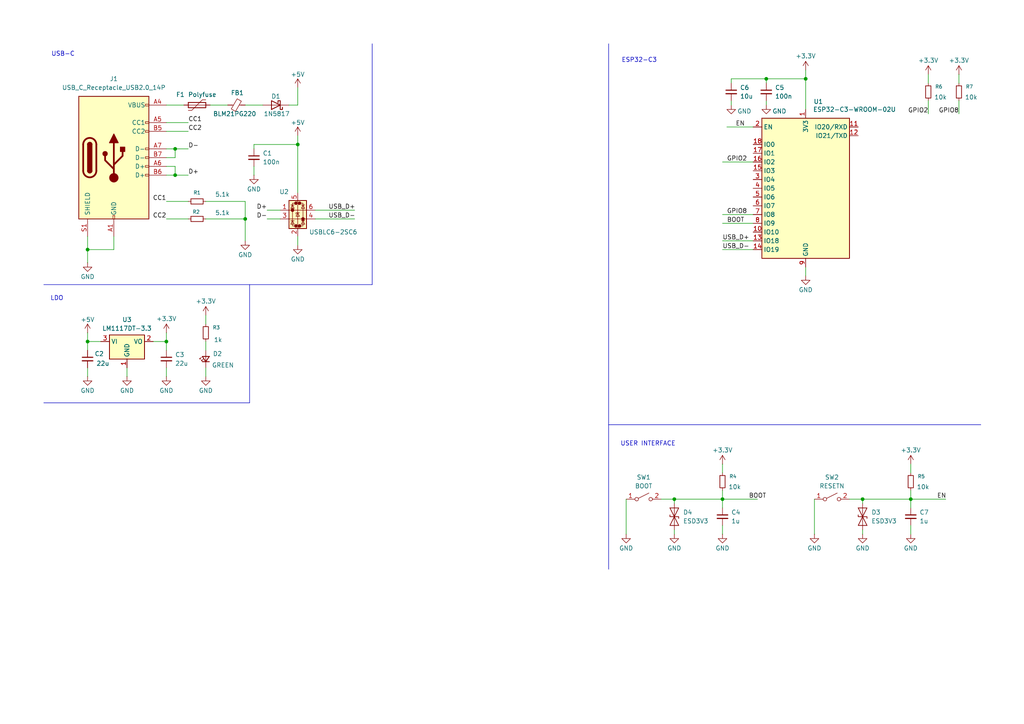
<source format=kicad_sch>
(kicad_sch
	(version 20250114)
	(generator "eeschema")
	(generator_version "9.0")
	(uuid "8365193e-4878-4a04-b89a-a51695e2c71c")
	(paper "A4")
	(title_block
		(title "vitimonito sensor module")
		(date "2025-07-27")
		(rev "v0")
		(company "Enea Dimroci")
	)
	(lib_symbols
		(symbol "Connector:USB_C_Receptacle_USB2.0_14P"
			(pin_names
				(offset 1.016)
			)
			(exclude_from_sim no)
			(in_bom yes)
			(on_board yes)
			(property "Reference" "J"
				(at 0 22.225 0)
				(effects
					(font
						(size 1.27 1.27)
					)
				)
			)
			(property "Value" "USB_C_Receptacle_USB2.0_14P"
				(at 0 19.685 0)
				(effects
					(font
						(size 1.27 1.27)
					)
				)
			)
			(property "Footprint" ""
				(at 3.81 0 0)
				(effects
					(font
						(size 1.27 1.27)
					)
					(hide yes)
				)
			)
			(property "Datasheet" "https://www.usb.org/sites/default/files/documents/usb_type-c.zip"
				(at 3.81 0 0)
				(effects
					(font
						(size 1.27 1.27)
					)
					(hide yes)
				)
			)
			(property "Description" "USB 2.0-only 14P Type-C Receptacle connector"
				(at 0 0 0)
				(effects
					(font
						(size 1.27 1.27)
					)
					(hide yes)
				)
			)
			(property "ki_keywords" "usb universal serial bus type-C USB2.0"
				(at 0 0 0)
				(effects
					(font
						(size 1.27 1.27)
					)
					(hide yes)
				)
			)
			(property "ki_fp_filters" "USB*C*Receptacle*"
				(at 0 0 0)
				(effects
					(font
						(size 1.27 1.27)
					)
					(hide yes)
				)
			)
			(symbol "USB_C_Receptacle_USB2.0_14P_0_0"
				(rectangle
					(start -0.254 -17.78)
					(end 0.254 -16.764)
					(stroke
						(width 0)
						(type default)
					)
					(fill
						(type none)
					)
				)
				(rectangle
					(start 10.16 15.494)
					(end 9.144 14.986)
					(stroke
						(width 0)
						(type default)
					)
					(fill
						(type none)
					)
				)
				(rectangle
					(start 10.16 10.414)
					(end 9.144 9.906)
					(stroke
						(width 0)
						(type default)
					)
					(fill
						(type none)
					)
				)
				(rectangle
					(start 10.16 7.874)
					(end 9.144 7.366)
					(stroke
						(width 0)
						(type default)
					)
					(fill
						(type none)
					)
				)
				(rectangle
					(start 10.16 2.794)
					(end 9.144 2.286)
					(stroke
						(width 0)
						(type default)
					)
					(fill
						(type none)
					)
				)
				(rectangle
					(start 10.16 0.254)
					(end 9.144 -0.254)
					(stroke
						(width 0)
						(type default)
					)
					(fill
						(type none)
					)
				)
				(rectangle
					(start 10.16 -2.286)
					(end 9.144 -2.794)
					(stroke
						(width 0)
						(type default)
					)
					(fill
						(type none)
					)
				)
				(rectangle
					(start 10.16 -4.826)
					(end 9.144 -5.334)
					(stroke
						(width 0)
						(type default)
					)
					(fill
						(type none)
					)
				)
			)
			(symbol "USB_C_Receptacle_USB2.0_14P_0_1"
				(rectangle
					(start -10.16 17.78)
					(end 10.16 -17.78)
					(stroke
						(width 0.254)
						(type default)
					)
					(fill
						(type background)
					)
				)
				(polyline
					(pts
						(xy -8.89 -3.81) (xy -8.89 3.81)
					)
					(stroke
						(width 0.508)
						(type default)
					)
					(fill
						(type none)
					)
				)
				(rectangle
					(start -7.62 -3.81)
					(end -6.35 3.81)
					(stroke
						(width 0.254)
						(type default)
					)
					(fill
						(type outline)
					)
				)
				(arc
					(start -7.62 3.81)
					(mid -6.985 4.4423)
					(end -6.35 3.81)
					(stroke
						(width 0.254)
						(type default)
					)
					(fill
						(type none)
					)
				)
				(arc
					(start -7.62 3.81)
					(mid -6.985 4.4423)
					(end -6.35 3.81)
					(stroke
						(width 0.254)
						(type default)
					)
					(fill
						(type outline)
					)
				)
				(arc
					(start -8.89 3.81)
					(mid -6.985 5.7067)
					(end -5.08 3.81)
					(stroke
						(width 0.508)
						(type default)
					)
					(fill
						(type none)
					)
				)
				(arc
					(start -5.08 -3.81)
					(mid -6.985 -5.7067)
					(end -8.89 -3.81)
					(stroke
						(width 0.508)
						(type default)
					)
					(fill
						(type none)
					)
				)
				(arc
					(start -6.35 -3.81)
					(mid -6.985 -4.4423)
					(end -7.62 -3.81)
					(stroke
						(width 0.254)
						(type default)
					)
					(fill
						(type none)
					)
				)
				(arc
					(start -6.35 -3.81)
					(mid -6.985 -4.4423)
					(end -7.62 -3.81)
					(stroke
						(width 0.254)
						(type default)
					)
					(fill
						(type outline)
					)
				)
				(polyline
					(pts
						(xy -5.08 3.81) (xy -5.08 -3.81)
					)
					(stroke
						(width 0.508)
						(type default)
					)
					(fill
						(type none)
					)
				)
				(circle
					(center -2.54 1.143)
					(radius 0.635)
					(stroke
						(width 0.254)
						(type default)
					)
					(fill
						(type outline)
					)
				)
				(polyline
					(pts
						(xy -1.27 4.318) (xy 0 6.858) (xy 1.27 4.318) (xy -1.27 4.318)
					)
					(stroke
						(width 0.254)
						(type default)
					)
					(fill
						(type outline)
					)
				)
				(polyline
					(pts
						(xy 0 -2.032) (xy 2.54 0.508) (xy 2.54 1.778)
					)
					(stroke
						(width 0.508)
						(type default)
					)
					(fill
						(type none)
					)
				)
				(polyline
					(pts
						(xy 0 -3.302) (xy -2.54 -0.762) (xy -2.54 0.508)
					)
					(stroke
						(width 0.508)
						(type default)
					)
					(fill
						(type none)
					)
				)
				(polyline
					(pts
						(xy 0 -5.842) (xy 0 4.318)
					)
					(stroke
						(width 0.508)
						(type default)
					)
					(fill
						(type none)
					)
				)
				(circle
					(center 0 -5.842)
					(radius 1.27)
					(stroke
						(width 0)
						(type default)
					)
					(fill
						(type outline)
					)
				)
				(rectangle
					(start 1.905 1.778)
					(end 3.175 3.048)
					(stroke
						(width 0.254)
						(type default)
					)
					(fill
						(type outline)
					)
				)
			)
			(symbol "USB_C_Receptacle_USB2.0_14P_1_1"
				(pin passive line
					(at -7.62 -22.86 90)
					(length 5.08)
					(name "SHIELD"
						(effects
							(font
								(size 1.27 1.27)
							)
						)
					)
					(number "S1"
						(effects
							(font
								(size 1.27 1.27)
							)
						)
					)
				)
				(pin passive line
					(at 0 -22.86 90)
					(length 5.08)
					(name "GND"
						(effects
							(font
								(size 1.27 1.27)
							)
						)
					)
					(number "A1"
						(effects
							(font
								(size 1.27 1.27)
							)
						)
					)
				)
				(pin passive line
					(at 0 -22.86 90)
					(length 5.08)
					(hide yes)
					(name "GND"
						(effects
							(font
								(size 1.27 1.27)
							)
						)
					)
					(number "A12"
						(effects
							(font
								(size 1.27 1.27)
							)
						)
					)
				)
				(pin passive line
					(at 0 -22.86 90)
					(length 5.08)
					(hide yes)
					(name "GND"
						(effects
							(font
								(size 1.27 1.27)
							)
						)
					)
					(number "B1"
						(effects
							(font
								(size 1.27 1.27)
							)
						)
					)
				)
				(pin passive line
					(at 0 -22.86 90)
					(length 5.08)
					(hide yes)
					(name "GND"
						(effects
							(font
								(size 1.27 1.27)
							)
						)
					)
					(number "B12"
						(effects
							(font
								(size 1.27 1.27)
							)
						)
					)
				)
				(pin passive line
					(at 15.24 15.24 180)
					(length 5.08)
					(name "VBUS"
						(effects
							(font
								(size 1.27 1.27)
							)
						)
					)
					(number "A4"
						(effects
							(font
								(size 1.27 1.27)
							)
						)
					)
				)
				(pin passive line
					(at 15.24 15.24 180)
					(length 5.08)
					(hide yes)
					(name "VBUS"
						(effects
							(font
								(size 1.27 1.27)
							)
						)
					)
					(number "A9"
						(effects
							(font
								(size 1.27 1.27)
							)
						)
					)
				)
				(pin passive line
					(at 15.24 15.24 180)
					(length 5.08)
					(hide yes)
					(name "VBUS"
						(effects
							(font
								(size 1.27 1.27)
							)
						)
					)
					(number "B4"
						(effects
							(font
								(size 1.27 1.27)
							)
						)
					)
				)
				(pin passive line
					(at 15.24 15.24 180)
					(length 5.08)
					(hide yes)
					(name "VBUS"
						(effects
							(font
								(size 1.27 1.27)
							)
						)
					)
					(number "B9"
						(effects
							(font
								(size 1.27 1.27)
							)
						)
					)
				)
				(pin bidirectional line
					(at 15.24 10.16 180)
					(length 5.08)
					(name "CC1"
						(effects
							(font
								(size 1.27 1.27)
							)
						)
					)
					(number "A5"
						(effects
							(font
								(size 1.27 1.27)
							)
						)
					)
				)
				(pin bidirectional line
					(at 15.24 7.62 180)
					(length 5.08)
					(name "CC2"
						(effects
							(font
								(size 1.27 1.27)
							)
						)
					)
					(number "B5"
						(effects
							(font
								(size 1.27 1.27)
							)
						)
					)
				)
				(pin bidirectional line
					(at 15.24 2.54 180)
					(length 5.08)
					(name "D-"
						(effects
							(font
								(size 1.27 1.27)
							)
						)
					)
					(number "A7"
						(effects
							(font
								(size 1.27 1.27)
							)
						)
					)
				)
				(pin bidirectional line
					(at 15.24 0 180)
					(length 5.08)
					(name "D-"
						(effects
							(font
								(size 1.27 1.27)
							)
						)
					)
					(number "B7"
						(effects
							(font
								(size 1.27 1.27)
							)
						)
					)
				)
				(pin bidirectional line
					(at 15.24 -2.54 180)
					(length 5.08)
					(name "D+"
						(effects
							(font
								(size 1.27 1.27)
							)
						)
					)
					(number "A6"
						(effects
							(font
								(size 1.27 1.27)
							)
						)
					)
				)
				(pin bidirectional line
					(at 15.24 -5.08 180)
					(length 5.08)
					(name "D+"
						(effects
							(font
								(size 1.27 1.27)
							)
						)
					)
					(number "B6"
						(effects
							(font
								(size 1.27 1.27)
							)
						)
					)
				)
			)
			(embedded_fonts no)
		)
		(symbol "Device:C_Small"
			(pin_numbers
				(hide yes)
			)
			(pin_names
				(offset 0.254)
				(hide yes)
			)
			(exclude_from_sim no)
			(in_bom yes)
			(on_board yes)
			(property "Reference" "C"
				(at 0.254 1.778 0)
				(effects
					(font
						(size 1.27 1.27)
					)
					(justify left)
				)
			)
			(property "Value" "C_Small"
				(at 0.254 -2.032 0)
				(effects
					(font
						(size 1.27 1.27)
					)
					(justify left)
				)
			)
			(property "Footprint" ""
				(at 0 0 0)
				(effects
					(font
						(size 1.27 1.27)
					)
					(hide yes)
				)
			)
			(property "Datasheet" "~"
				(at 0 0 0)
				(effects
					(font
						(size 1.27 1.27)
					)
					(hide yes)
				)
			)
			(property "Description" "Unpolarized capacitor, small symbol"
				(at 0 0 0)
				(effects
					(font
						(size 1.27 1.27)
					)
					(hide yes)
				)
			)
			(property "ki_keywords" "capacitor cap"
				(at 0 0 0)
				(effects
					(font
						(size 1.27 1.27)
					)
					(hide yes)
				)
			)
			(property "ki_fp_filters" "C_*"
				(at 0 0 0)
				(effects
					(font
						(size 1.27 1.27)
					)
					(hide yes)
				)
			)
			(symbol "C_Small_0_1"
				(polyline
					(pts
						(xy -1.524 0.508) (xy 1.524 0.508)
					)
					(stroke
						(width 0.3048)
						(type default)
					)
					(fill
						(type none)
					)
				)
				(polyline
					(pts
						(xy -1.524 -0.508) (xy 1.524 -0.508)
					)
					(stroke
						(width 0.3302)
						(type default)
					)
					(fill
						(type none)
					)
				)
			)
			(symbol "C_Small_1_1"
				(pin passive line
					(at 0 2.54 270)
					(length 2.032)
					(name "~"
						(effects
							(font
								(size 1.27 1.27)
							)
						)
					)
					(number "1"
						(effects
							(font
								(size 1.27 1.27)
							)
						)
					)
				)
				(pin passive line
					(at 0 -2.54 90)
					(length 2.032)
					(name "~"
						(effects
							(font
								(size 1.27 1.27)
							)
						)
					)
					(number "2"
						(effects
							(font
								(size 1.27 1.27)
							)
						)
					)
				)
			)
			(embedded_fonts no)
		)
		(symbol "Device:FerriteBead_Small"
			(pin_numbers
				(hide yes)
			)
			(pin_names
				(offset 0)
			)
			(exclude_from_sim no)
			(in_bom yes)
			(on_board yes)
			(property "Reference" "FB"
				(at 1.905 1.27 0)
				(effects
					(font
						(size 1.27 1.27)
					)
					(justify left)
				)
			)
			(property "Value" "FerriteBead_Small"
				(at 1.905 -1.27 0)
				(effects
					(font
						(size 1.27 1.27)
					)
					(justify left)
				)
			)
			(property "Footprint" ""
				(at -1.778 0 90)
				(effects
					(font
						(size 1.27 1.27)
					)
					(hide yes)
				)
			)
			(property "Datasheet" "~"
				(at 0 0 0)
				(effects
					(font
						(size 1.27 1.27)
					)
					(hide yes)
				)
			)
			(property "Description" "Ferrite bead, small symbol"
				(at 0 0 0)
				(effects
					(font
						(size 1.27 1.27)
					)
					(hide yes)
				)
			)
			(property "ki_keywords" "L ferrite bead inductor filter"
				(at 0 0 0)
				(effects
					(font
						(size 1.27 1.27)
					)
					(hide yes)
				)
			)
			(property "ki_fp_filters" "Inductor_* L_* *Ferrite*"
				(at 0 0 0)
				(effects
					(font
						(size 1.27 1.27)
					)
					(hide yes)
				)
			)
			(symbol "FerriteBead_Small_0_1"
				(polyline
					(pts
						(xy -1.8288 0.2794) (xy -1.1176 1.4986) (xy 1.8288 -0.2032) (xy 1.1176 -1.4224) (xy -1.8288 0.2794)
					)
					(stroke
						(width 0)
						(type default)
					)
					(fill
						(type none)
					)
				)
				(polyline
					(pts
						(xy 0 0.889) (xy 0 1.2954)
					)
					(stroke
						(width 0)
						(type default)
					)
					(fill
						(type none)
					)
				)
				(polyline
					(pts
						(xy 0 -1.27) (xy 0 -0.7874)
					)
					(stroke
						(width 0)
						(type default)
					)
					(fill
						(type none)
					)
				)
			)
			(symbol "FerriteBead_Small_1_1"
				(pin passive line
					(at 0 2.54 270)
					(length 1.27)
					(name "~"
						(effects
							(font
								(size 1.27 1.27)
							)
						)
					)
					(number "1"
						(effects
							(font
								(size 1.27 1.27)
							)
						)
					)
				)
				(pin passive line
					(at 0 -2.54 90)
					(length 1.27)
					(name "~"
						(effects
							(font
								(size 1.27 1.27)
							)
						)
					)
					(number "2"
						(effects
							(font
								(size 1.27 1.27)
							)
						)
					)
				)
			)
			(embedded_fonts no)
		)
		(symbol "Device:LED_Small"
			(pin_numbers
				(hide yes)
			)
			(pin_names
				(offset 0.254)
				(hide yes)
			)
			(exclude_from_sim no)
			(in_bom yes)
			(on_board yes)
			(property "Reference" "D"
				(at -1.27 3.175 0)
				(effects
					(font
						(size 1.27 1.27)
					)
					(justify left)
				)
			)
			(property "Value" "LED_Small"
				(at -4.445 -2.54 0)
				(effects
					(font
						(size 1.27 1.27)
					)
					(justify left)
				)
			)
			(property "Footprint" ""
				(at 0 0 90)
				(effects
					(font
						(size 1.27 1.27)
					)
					(hide yes)
				)
			)
			(property "Datasheet" "~"
				(at 0 0 90)
				(effects
					(font
						(size 1.27 1.27)
					)
					(hide yes)
				)
			)
			(property "Description" "Light emitting diode, small symbol"
				(at 0 0 0)
				(effects
					(font
						(size 1.27 1.27)
					)
					(hide yes)
				)
			)
			(property "Sim.Pin" "1=K 2=A"
				(at 0 0 0)
				(effects
					(font
						(size 1.27 1.27)
					)
					(hide yes)
				)
			)
			(property "ki_keywords" "LED diode light-emitting-diode"
				(at 0 0 0)
				(effects
					(font
						(size 1.27 1.27)
					)
					(hide yes)
				)
			)
			(property "ki_fp_filters" "LED* LED_SMD:* LED_THT:*"
				(at 0 0 0)
				(effects
					(font
						(size 1.27 1.27)
					)
					(hide yes)
				)
			)
			(symbol "LED_Small_0_1"
				(polyline
					(pts
						(xy -0.762 -1.016) (xy -0.762 1.016)
					)
					(stroke
						(width 0.254)
						(type default)
					)
					(fill
						(type none)
					)
				)
				(polyline
					(pts
						(xy 0 0.762) (xy -0.508 1.27) (xy -0.254 1.27) (xy -0.508 1.27) (xy -0.508 1.016)
					)
					(stroke
						(width 0)
						(type default)
					)
					(fill
						(type none)
					)
				)
				(polyline
					(pts
						(xy 0.508 1.27) (xy 0 1.778) (xy 0.254 1.778) (xy 0 1.778) (xy 0 1.524)
					)
					(stroke
						(width 0)
						(type default)
					)
					(fill
						(type none)
					)
				)
				(polyline
					(pts
						(xy 0.762 -1.016) (xy -0.762 0) (xy 0.762 1.016) (xy 0.762 -1.016)
					)
					(stroke
						(width 0.254)
						(type default)
					)
					(fill
						(type none)
					)
				)
				(polyline
					(pts
						(xy 1.016 0) (xy -0.762 0)
					)
					(stroke
						(width 0)
						(type default)
					)
					(fill
						(type none)
					)
				)
			)
			(symbol "LED_Small_1_1"
				(pin passive line
					(at -2.54 0 0)
					(length 1.778)
					(name "K"
						(effects
							(font
								(size 1.27 1.27)
							)
						)
					)
					(number "1"
						(effects
							(font
								(size 1.27 1.27)
							)
						)
					)
				)
				(pin passive line
					(at 2.54 0 180)
					(length 1.778)
					(name "A"
						(effects
							(font
								(size 1.27 1.27)
							)
						)
					)
					(number "2"
						(effects
							(font
								(size 1.27 1.27)
							)
						)
					)
				)
			)
			(embedded_fonts no)
		)
		(symbol "Device:Polyfuse"
			(pin_numbers
				(hide yes)
			)
			(pin_names
				(offset 0)
			)
			(exclude_from_sim no)
			(in_bom yes)
			(on_board yes)
			(property "Reference" "F"
				(at -2.54 0 90)
				(effects
					(font
						(size 1.27 1.27)
					)
				)
			)
			(property "Value" "Polyfuse"
				(at 2.54 0 90)
				(effects
					(font
						(size 1.27 1.27)
					)
				)
			)
			(property "Footprint" ""
				(at 1.27 -5.08 0)
				(effects
					(font
						(size 1.27 1.27)
					)
					(justify left)
					(hide yes)
				)
			)
			(property "Datasheet" "~"
				(at 0 0 0)
				(effects
					(font
						(size 1.27 1.27)
					)
					(hide yes)
				)
			)
			(property "Description" "Resettable fuse, polymeric positive temperature coefficient"
				(at 0 0 0)
				(effects
					(font
						(size 1.27 1.27)
					)
					(hide yes)
				)
			)
			(property "ki_keywords" "resettable fuse PTC PPTC polyfuse polyswitch"
				(at 0 0 0)
				(effects
					(font
						(size 1.27 1.27)
					)
					(hide yes)
				)
			)
			(property "ki_fp_filters" "*polyfuse* *PTC*"
				(at 0 0 0)
				(effects
					(font
						(size 1.27 1.27)
					)
					(hide yes)
				)
			)
			(symbol "Polyfuse_0_1"
				(polyline
					(pts
						(xy -1.524 2.54) (xy -1.524 1.524) (xy 1.524 -1.524) (xy 1.524 -2.54)
					)
					(stroke
						(width 0)
						(type default)
					)
					(fill
						(type none)
					)
				)
				(rectangle
					(start -0.762 2.54)
					(end 0.762 -2.54)
					(stroke
						(width 0.254)
						(type default)
					)
					(fill
						(type none)
					)
				)
				(polyline
					(pts
						(xy 0 2.54) (xy 0 -2.54)
					)
					(stroke
						(width 0)
						(type default)
					)
					(fill
						(type none)
					)
				)
			)
			(symbol "Polyfuse_1_1"
				(pin passive line
					(at 0 3.81 270)
					(length 1.27)
					(name "~"
						(effects
							(font
								(size 1.27 1.27)
							)
						)
					)
					(number "1"
						(effects
							(font
								(size 1.27 1.27)
							)
						)
					)
				)
				(pin passive line
					(at 0 -3.81 90)
					(length 1.27)
					(name "~"
						(effects
							(font
								(size 1.27 1.27)
							)
						)
					)
					(number "2"
						(effects
							(font
								(size 1.27 1.27)
							)
						)
					)
				)
			)
			(embedded_fonts no)
		)
		(symbol "Device:R_Small"
			(pin_numbers
				(hide yes)
			)
			(pin_names
				(offset 0.254)
				(hide yes)
			)
			(exclude_from_sim no)
			(in_bom yes)
			(on_board yes)
			(property "Reference" "R"
				(at 0 0 90)
				(effects
					(font
						(size 1.016 1.016)
					)
				)
			)
			(property "Value" "R_Small"
				(at 1.778 0 90)
				(effects
					(font
						(size 1.27 1.27)
					)
				)
			)
			(property "Footprint" ""
				(at 0 0 0)
				(effects
					(font
						(size 1.27 1.27)
					)
					(hide yes)
				)
			)
			(property "Datasheet" "~"
				(at 0 0 0)
				(effects
					(font
						(size 1.27 1.27)
					)
					(hide yes)
				)
			)
			(property "Description" "Resistor, small symbol"
				(at 0 0 0)
				(effects
					(font
						(size 1.27 1.27)
					)
					(hide yes)
				)
			)
			(property "ki_keywords" "R resistor"
				(at 0 0 0)
				(effects
					(font
						(size 1.27 1.27)
					)
					(hide yes)
				)
			)
			(property "ki_fp_filters" "R_*"
				(at 0 0 0)
				(effects
					(font
						(size 1.27 1.27)
					)
					(hide yes)
				)
			)
			(symbol "R_Small_0_1"
				(rectangle
					(start -0.762 1.778)
					(end 0.762 -1.778)
					(stroke
						(width 0.2032)
						(type default)
					)
					(fill
						(type none)
					)
				)
			)
			(symbol "R_Small_1_1"
				(pin passive line
					(at 0 2.54 270)
					(length 0.762)
					(name "~"
						(effects
							(font
								(size 1.27 1.27)
							)
						)
					)
					(number "1"
						(effects
							(font
								(size 1.27 1.27)
							)
						)
					)
				)
				(pin passive line
					(at 0 -2.54 90)
					(length 0.762)
					(name "~"
						(effects
							(font
								(size 1.27 1.27)
							)
						)
					)
					(number "2"
						(effects
							(font
								(size 1.27 1.27)
							)
						)
					)
				)
			)
			(embedded_fonts no)
		)
		(symbol "Diode:1N5817"
			(pin_numbers
				(hide yes)
			)
			(pin_names
				(offset 1.016)
				(hide yes)
			)
			(exclude_from_sim no)
			(in_bom yes)
			(on_board yes)
			(property "Reference" "D"
				(at 0 2.54 0)
				(effects
					(font
						(size 1.27 1.27)
					)
				)
			)
			(property "Value" "1N5817"
				(at 0 -2.54 0)
				(effects
					(font
						(size 1.27 1.27)
					)
				)
			)
			(property "Footprint" "Diode_THT:D_DO-41_SOD81_P10.16mm_Horizontal"
				(at 0 -4.445 0)
				(effects
					(font
						(size 1.27 1.27)
					)
					(hide yes)
				)
			)
			(property "Datasheet" "http://www.vishay.com/docs/88525/1n5817.pdf"
				(at 0 0 0)
				(effects
					(font
						(size 1.27 1.27)
					)
					(hide yes)
				)
			)
			(property "Description" "20V 1A Schottky Barrier Rectifier Diode, DO-41"
				(at 0 0 0)
				(effects
					(font
						(size 1.27 1.27)
					)
					(hide yes)
				)
			)
			(property "ki_keywords" "diode Schottky"
				(at 0 0 0)
				(effects
					(font
						(size 1.27 1.27)
					)
					(hide yes)
				)
			)
			(property "ki_fp_filters" "D*DO?41*"
				(at 0 0 0)
				(effects
					(font
						(size 1.27 1.27)
					)
					(hide yes)
				)
			)
			(symbol "1N5817_0_1"
				(polyline
					(pts
						(xy -1.905 0.635) (xy -1.905 1.27) (xy -1.27 1.27) (xy -1.27 -1.27) (xy -0.635 -1.27) (xy -0.635 -0.635)
					)
					(stroke
						(width 0.254)
						(type default)
					)
					(fill
						(type none)
					)
				)
				(polyline
					(pts
						(xy 1.27 1.27) (xy 1.27 -1.27) (xy -1.27 0) (xy 1.27 1.27)
					)
					(stroke
						(width 0.254)
						(type default)
					)
					(fill
						(type none)
					)
				)
				(polyline
					(pts
						(xy 1.27 0) (xy -1.27 0)
					)
					(stroke
						(width 0)
						(type default)
					)
					(fill
						(type none)
					)
				)
			)
			(symbol "1N5817_1_1"
				(pin passive line
					(at -3.81 0 0)
					(length 2.54)
					(name "K"
						(effects
							(font
								(size 1.27 1.27)
							)
						)
					)
					(number "1"
						(effects
							(font
								(size 1.27 1.27)
							)
						)
					)
				)
				(pin passive line
					(at 3.81 0 180)
					(length 2.54)
					(name "A"
						(effects
							(font
								(size 1.27 1.27)
							)
						)
					)
					(number "2"
						(effects
							(font
								(size 1.27 1.27)
							)
						)
					)
				)
			)
			(embedded_fonts no)
		)
		(symbol "Diode:ESD9B3.3ST5G"
			(pin_numbers
				(hide yes)
			)
			(pin_names
				(offset 1.016)
				(hide yes)
			)
			(exclude_from_sim no)
			(in_bom yes)
			(on_board yes)
			(property "Reference" "D"
				(at 0 2.54 0)
				(effects
					(font
						(size 1.27 1.27)
					)
				)
			)
			(property "Value" "ESD9B3.3ST5G"
				(at 0 -2.54 0)
				(effects
					(font
						(size 1.27 1.27)
					)
				)
			)
			(property "Footprint" "Diode_SMD:D_SOD-923"
				(at 0 0 0)
				(effects
					(font
						(size 1.27 1.27)
					)
					(hide yes)
				)
			)
			(property "Datasheet" "https://www.onsemi.com/pub/Collateral/ESD9B-D.PDF"
				(at 0 0 0)
				(effects
					(font
						(size 1.27 1.27)
					)
					(hide yes)
				)
			)
			(property "Description" "ESD protection diode, 3.3Vrwm, SOD-923"
				(at 0 0 0)
				(effects
					(font
						(size 1.27 1.27)
					)
					(hide yes)
				)
			)
			(property "ki_keywords" "diode TVS ESD"
				(at 0 0 0)
				(effects
					(font
						(size 1.27 1.27)
					)
					(hide yes)
				)
			)
			(property "ki_fp_filters" "D*SOD?923*"
				(at 0 0 0)
				(effects
					(font
						(size 1.27 1.27)
					)
					(hide yes)
				)
			)
			(symbol "ESD9B3.3ST5G_0_1"
				(polyline
					(pts
						(xy -2.54 -1.27) (xy 0 0) (xy -2.54 1.27) (xy -2.54 -1.27)
					)
					(stroke
						(width 0.2032)
						(type default)
					)
					(fill
						(type none)
					)
				)
				(polyline
					(pts
						(xy 0.508 1.27) (xy 0 1.27) (xy 0 -1.27) (xy -0.508 -1.27)
					)
					(stroke
						(width 0.2032)
						(type default)
					)
					(fill
						(type none)
					)
				)
				(polyline
					(pts
						(xy 1.27 0) (xy -1.27 0)
					)
					(stroke
						(width 0)
						(type default)
					)
					(fill
						(type none)
					)
				)
				(polyline
					(pts
						(xy 2.54 1.27) (xy 2.54 -1.27) (xy 0 0) (xy 2.54 1.27)
					)
					(stroke
						(width 0.2032)
						(type default)
					)
					(fill
						(type none)
					)
				)
			)
			(symbol "ESD9B3.3ST5G_1_1"
				(pin passive line
					(at -3.81 0 0)
					(length 2.54)
					(name "A1"
						(effects
							(font
								(size 1.27 1.27)
							)
						)
					)
					(number "1"
						(effects
							(font
								(size 1.27 1.27)
							)
						)
					)
				)
				(pin passive line
					(at 3.81 0 180)
					(length 2.54)
					(name "A2"
						(effects
							(font
								(size 1.27 1.27)
							)
						)
					)
					(number "2"
						(effects
							(font
								(size 1.27 1.27)
							)
						)
					)
				)
			)
			(embedded_fonts no)
		)
		(symbol "Power_Protection:USBLC6-2SC6"
			(pin_names
				(hide yes)
			)
			(exclude_from_sim no)
			(in_bom yes)
			(on_board yes)
			(property "Reference" "U"
				(at 0.635 5.715 0)
				(effects
					(font
						(size 1.27 1.27)
					)
					(justify left)
				)
			)
			(property "Value" "USBLC6-2SC6"
				(at 0.635 3.81 0)
				(effects
					(font
						(size 1.27 1.27)
					)
					(justify left)
				)
			)
			(property "Footprint" "Package_TO_SOT_SMD:SOT-23-6"
				(at 1.27 -6.35 0)
				(effects
					(font
						(size 1.27 1.27)
						(italic yes)
					)
					(justify left)
					(hide yes)
				)
			)
			(property "Datasheet" "https://www.st.com/resource/en/datasheet/usblc6-2.pdf"
				(at 1.27 -8.255 0)
				(effects
					(font
						(size 1.27 1.27)
					)
					(justify left)
					(hide yes)
				)
			)
			(property "Description" "Very low capacitance ESD protection diode, 2 data-line, SOT-23-6"
				(at 0 0 0)
				(effects
					(font
						(size 1.27 1.27)
					)
					(hide yes)
				)
			)
			(property "ki_keywords" "usb ethernet video"
				(at 0 0 0)
				(effects
					(font
						(size 1.27 1.27)
					)
					(hide yes)
				)
			)
			(property "ki_fp_filters" "SOT?23*"
				(at 0 0 0)
				(effects
					(font
						(size 1.27 1.27)
					)
					(hide yes)
				)
			)
			(symbol "USBLC6-2SC6_0_0"
				(circle
					(center -1.524 0)
					(radius 0.0001)
					(stroke
						(width 0.508)
						(type default)
					)
					(fill
						(type none)
					)
				)
				(circle
					(center -0.508 2.032)
					(radius 0.0001)
					(stroke
						(width 0.508)
						(type default)
					)
					(fill
						(type none)
					)
				)
				(circle
					(center -0.508 -4.572)
					(radius 0.0001)
					(stroke
						(width 0.508)
						(type default)
					)
					(fill
						(type none)
					)
				)
				(circle
					(center 0.508 2.032)
					(radius 0.0001)
					(stroke
						(width 0.508)
						(type default)
					)
					(fill
						(type none)
					)
				)
				(circle
					(center 0.508 -4.572)
					(radius 0.0001)
					(stroke
						(width 0.508)
						(type default)
					)
					(fill
						(type none)
					)
				)
				(circle
					(center 1.524 -2.54)
					(radius 0.0001)
					(stroke
						(width 0.508)
						(type default)
					)
					(fill
						(type none)
					)
				)
			)
			(symbol "USBLC6-2SC6_0_1"
				(polyline
					(pts
						(xy -2.54 0) (xy 2.54 0)
					)
					(stroke
						(width 0)
						(type default)
					)
					(fill
						(type none)
					)
				)
				(polyline
					(pts
						(xy -2.54 -2.54) (xy 2.54 -2.54)
					)
					(stroke
						(width 0)
						(type default)
					)
					(fill
						(type none)
					)
				)
				(polyline
					(pts
						(xy -2.032 0.508) (xy -1.016 0.508) (xy -1.524 1.524) (xy -2.032 0.508)
					)
					(stroke
						(width 0)
						(type default)
					)
					(fill
						(type none)
					)
				)
				(polyline
					(pts
						(xy -2.032 -3.048) (xy -1.016 -3.048)
					)
					(stroke
						(width 0)
						(type default)
					)
					(fill
						(type none)
					)
				)
				(polyline
					(pts
						(xy -1.016 1.524) (xy -2.032 1.524)
					)
					(stroke
						(width 0)
						(type default)
					)
					(fill
						(type none)
					)
				)
				(polyline
					(pts
						(xy -1.016 -4.064) (xy -2.032 -4.064) (xy -1.524 -3.048) (xy -1.016 -4.064)
					)
					(stroke
						(width 0)
						(type default)
					)
					(fill
						(type none)
					)
				)
				(polyline
					(pts
						(xy -0.508 -1.143) (xy -0.508 -0.762) (xy 0.508 -0.762)
					)
					(stroke
						(width 0)
						(type default)
					)
					(fill
						(type none)
					)
				)
				(polyline
					(pts
						(xy 0 2.54) (xy -0.508 2.032) (xy 0.508 2.032) (xy 0 1.524) (xy 0 -4.064) (xy -0.508 -4.572) (xy 0.508 -4.572)
						(xy 0 -5.08)
					)
					(stroke
						(width 0)
						(type default)
					)
					(fill
						(type none)
					)
				)
				(polyline
					(pts
						(xy 0.508 -1.778) (xy -0.508 -1.778) (xy 0 -0.762) (xy 0.508 -1.778)
					)
					(stroke
						(width 0)
						(type default)
					)
					(fill
						(type none)
					)
				)
				(polyline
					(pts
						(xy 1.016 1.524) (xy 2.032 1.524)
					)
					(stroke
						(width 0)
						(type default)
					)
					(fill
						(type none)
					)
				)
				(polyline
					(pts
						(xy 1.016 -3.048) (xy 2.032 -3.048)
					)
					(stroke
						(width 0)
						(type default)
					)
					(fill
						(type none)
					)
				)
				(polyline
					(pts
						(xy 2.032 0.508) (xy 1.016 0.508) (xy 1.524 1.524) (xy 2.032 0.508)
					)
					(stroke
						(width 0)
						(type default)
					)
					(fill
						(type none)
					)
				)
				(polyline
					(pts
						(xy 2.032 -4.064) (xy 1.016 -4.064) (xy 1.524 -3.048) (xy 2.032 -4.064)
					)
					(stroke
						(width 0)
						(type default)
					)
					(fill
						(type none)
					)
				)
			)
			(symbol "USBLC6-2SC6_1_1"
				(rectangle
					(start -2.54 2.794)
					(end 2.54 -5.334)
					(stroke
						(width 0.254)
						(type default)
					)
					(fill
						(type background)
					)
				)
				(polyline
					(pts
						(xy -0.508 2.032) (xy -1.524 2.032) (xy -1.524 -4.572) (xy -0.508 -4.572)
					)
					(stroke
						(width 0)
						(type default)
					)
					(fill
						(type none)
					)
				)
				(polyline
					(pts
						(xy 0.508 -4.572) (xy 1.524 -4.572) (xy 1.524 2.032) (xy 0.508 2.032)
					)
					(stroke
						(width 0)
						(type default)
					)
					(fill
						(type none)
					)
				)
				(pin passive line
					(at -5.08 0 0)
					(length 2.54)
					(name "I/O1"
						(effects
							(font
								(size 1.27 1.27)
							)
						)
					)
					(number "1"
						(effects
							(font
								(size 1.27 1.27)
							)
						)
					)
				)
				(pin passive line
					(at -5.08 -2.54 0)
					(length 2.54)
					(name "I/O2"
						(effects
							(font
								(size 1.27 1.27)
							)
						)
					)
					(number "3"
						(effects
							(font
								(size 1.27 1.27)
							)
						)
					)
				)
				(pin passive line
					(at 0 5.08 270)
					(length 2.54)
					(name "VBUS"
						(effects
							(font
								(size 1.27 1.27)
							)
						)
					)
					(number "5"
						(effects
							(font
								(size 1.27 1.27)
							)
						)
					)
				)
				(pin passive line
					(at 0 -7.62 90)
					(length 2.54)
					(name "GND"
						(effects
							(font
								(size 1.27 1.27)
							)
						)
					)
					(number "2"
						(effects
							(font
								(size 1.27 1.27)
							)
						)
					)
				)
				(pin passive line
					(at 5.08 0 180)
					(length 2.54)
					(name "I/O1"
						(effects
							(font
								(size 1.27 1.27)
							)
						)
					)
					(number "6"
						(effects
							(font
								(size 1.27 1.27)
							)
						)
					)
				)
				(pin passive line
					(at 5.08 -2.54 180)
					(length 2.54)
					(name "I/O2"
						(effects
							(font
								(size 1.27 1.27)
							)
						)
					)
					(number "4"
						(effects
							(font
								(size 1.27 1.27)
							)
						)
					)
				)
			)
			(embedded_fonts no)
		)
		(symbol "RF_Module:ESP32-C3-WROOM-02U"
			(exclude_from_sim no)
			(in_bom yes)
			(on_board yes)
			(property "Reference" "U"
				(at -12.192 21.336 0)
				(effects
					(font
						(size 1.27 1.27)
					)
				)
			)
			(property "Value" "ESP32-C3-WROOM-02U"
				(at 12.7 21.336 0)
				(effects
					(font
						(size 1.27 1.27)
					)
				)
			)
			(property "Footprint" "RF_Module:ESP32-C3-WROOM-02U"
				(at 0 -0.635 0)
				(effects
					(font
						(size 1.27 1.27)
					)
					(hide yes)
				)
			)
			(property "Datasheet" "https://www.espressif.com/sites/default/files/documentation/esp32-c3-wroom-02_datasheet_en.pdf"
				(at 0 -0.635 0)
				(effects
					(font
						(size 1.27 1.27)
					)
					(hide yes)
				)
			)
			(property "Description" "802.11 b/g/n Wi­Fi and Bluetooth 5 module, ESP32­C3 SoC, RISC­V microprocessor, On-board antenna"
				(at 0 -0.635 0)
				(effects
					(font
						(size 1.27 1.27)
					)
					(hide yes)
				)
			)
			(property "ki_keywords" "esp32 espressif WiFi Bluetooth LE"
				(at 0 0 0)
				(effects
					(font
						(size 1.27 1.27)
					)
					(hide yes)
				)
			)
			(property "ki_fp_filters" "ESP32?C3*WROOM?02U*"
				(at 0 0 0)
				(effects
					(font
						(size 1.27 1.27)
					)
					(hide yes)
				)
			)
			(symbol "ESP32-C3-WROOM-02U_1_1"
				(rectangle
					(start -12.7 20.32)
					(end 12.7 -20.32)
					(stroke
						(width 0.254)
						(type default)
					)
					(fill
						(type background)
					)
				)
				(pin input line
					(at -15.24 17.78 0)
					(length 2.54)
					(name "EN"
						(effects
							(font
								(size 1.27 1.27)
							)
						)
					)
					(number "2"
						(effects
							(font
								(size 1.27 1.27)
							)
						)
					)
				)
				(pin bidirectional line
					(at -15.24 12.7 0)
					(length 2.54)
					(name "IO0"
						(effects
							(font
								(size 1.27 1.27)
							)
						)
					)
					(number "18"
						(effects
							(font
								(size 1.27 1.27)
							)
						)
					)
				)
				(pin bidirectional line
					(at -15.24 10.16 0)
					(length 2.54)
					(name "IO1"
						(effects
							(font
								(size 1.27 1.27)
							)
						)
					)
					(number "17"
						(effects
							(font
								(size 1.27 1.27)
							)
						)
					)
				)
				(pin bidirectional line
					(at -15.24 7.62 0)
					(length 2.54)
					(name "IO2"
						(effects
							(font
								(size 1.27 1.27)
							)
						)
					)
					(number "16"
						(effects
							(font
								(size 1.27 1.27)
							)
						)
					)
				)
				(pin bidirectional line
					(at -15.24 5.08 0)
					(length 2.54)
					(name "IO3"
						(effects
							(font
								(size 1.27 1.27)
							)
						)
					)
					(number "15"
						(effects
							(font
								(size 1.27 1.27)
							)
						)
					)
				)
				(pin bidirectional line
					(at -15.24 2.54 0)
					(length 2.54)
					(name "IO4"
						(effects
							(font
								(size 1.27 1.27)
							)
						)
					)
					(number "3"
						(effects
							(font
								(size 1.27 1.27)
							)
						)
					)
				)
				(pin bidirectional line
					(at -15.24 0 0)
					(length 2.54)
					(name "IO5"
						(effects
							(font
								(size 1.27 1.27)
							)
						)
					)
					(number "4"
						(effects
							(font
								(size 1.27 1.27)
							)
						)
					)
				)
				(pin bidirectional line
					(at -15.24 -2.54 0)
					(length 2.54)
					(name "IO6"
						(effects
							(font
								(size 1.27 1.27)
							)
						)
					)
					(number "5"
						(effects
							(font
								(size 1.27 1.27)
							)
						)
					)
				)
				(pin bidirectional line
					(at -15.24 -5.08 0)
					(length 2.54)
					(name "IO7"
						(effects
							(font
								(size 1.27 1.27)
							)
						)
					)
					(number "6"
						(effects
							(font
								(size 1.27 1.27)
							)
						)
					)
				)
				(pin bidirectional line
					(at -15.24 -7.62 0)
					(length 2.54)
					(name "IO8"
						(effects
							(font
								(size 1.27 1.27)
							)
						)
					)
					(number "7"
						(effects
							(font
								(size 1.27 1.27)
							)
						)
					)
				)
				(pin bidirectional line
					(at -15.24 -10.16 0)
					(length 2.54)
					(name "IO9"
						(effects
							(font
								(size 1.27 1.27)
							)
						)
					)
					(number "8"
						(effects
							(font
								(size 1.27 1.27)
							)
						)
					)
				)
				(pin bidirectional line
					(at -15.24 -12.7 0)
					(length 2.54)
					(name "IO10"
						(effects
							(font
								(size 1.27 1.27)
							)
						)
					)
					(number "10"
						(effects
							(font
								(size 1.27 1.27)
							)
						)
					)
				)
				(pin bidirectional line
					(at -15.24 -15.24 0)
					(length 2.54)
					(name "IO18"
						(effects
							(font
								(size 1.27 1.27)
							)
						)
					)
					(number "13"
						(effects
							(font
								(size 1.27 1.27)
							)
						)
					)
				)
				(pin bidirectional line
					(at -15.24 -17.78 0)
					(length 2.54)
					(name "IO19"
						(effects
							(font
								(size 1.27 1.27)
							)
						)
					)
					(number "14"
						(effects
							(font
								(size 1.27 1.27)
							)
						)
					)
				)
				(pin power_in line
					(at 0 22.86 270)
					(length 2.54)
					(name "3V3"
						(effects
							(font
								(size 1.27 1.27)
							)
						)
					)
					(number "1"
						(effects
							(font
								(size 1.27 1.27)
							)
						)
					)
				)
				(pin passive line
					(at 0 -22.86 90)
					(length 2.54)
					(hide yes)
					(name "GND"
						(effects
							(font
								(size 1.27 1.27)
							)
						)
					)
					(number "19"
						(effects
							(font
								(size 1.27 1.27)
							)
						)
					)
				)
				(pin power_in line
					(at 0 -22.86 90)
					(length 2.54)
					(name "GND"
						(effects
							(font
								(size 1.27 1.27)
							)
						)
					)
					(number "9"
						(effects
							(font
								(size 1.27 1.27)
							)
						)
					)
				)
				(pin bidirectional line
					(at 15.24 17.78 180)
					(length 2.54)
					(name "IO20/RXD"
						(effects
							(font
								(size 1.27 1.27)
							)
						)
					)
					(number "11"
						(effects
							(font
								(size 1.27 1.27)
							)
						)
					)
				)
				(pin bidirectional line
					(at 15.24 15.24 180)
					(length 2.54)
					(name "IO21/TXD"
						(effects
							(font
								(size 1.27 1.27)
							)
						)
					)
					(number "12"
						(effects
							(font
								(size 1.27 1.27)
							)
						)
					)
				)
			)
			(embedded_fonts no)
		)
		(symbol "Regulator_Linear:LM1117DT-3.3"
			(exclude_from_sim no)
			(in_bom yes)
			(on_board yes)
			(property "Reference" "U"
				(at -3.81 3.175 0)
				(effects
					(font
						(size 1.27 1.27)
					)
				)
			)
			(property "Value" "LM1117DT-3.3"
				(at 0 3.175 0)
				(effects
					(font
						(size 1.27 1.27)
					)
					(justify left)
				)
			)
			(property "Footprint" "Package_TO_SOT_SMD:TO-252-3_TabPin2"
				(at 0 0 0)
				(effects
					(font
						(size 1.27 1.27)
					)
					(hide yes)
				)
			)
			(property "Datasheet" "http://www.ti.com/lit/ds/symlink/lm1117.pdf"
				(at 0 0 0)
				(effects
					(font
						(size 1.27 1.27)
					)
					(hide yes)
				)
			)
			(property "Description" "800mA Low-Dropout Linear Regulator, 3.3V fixed output, TO-252"
				(at 0 0 0)
				(effects
					(font
						(size 1.27 1.27)
					)
					(hide yes)
				)
			)
			(property "ki_keywords" "linear regulator ldo fixed positive"
				(at 0 0 0)
				(effects
					(font
						(size 1.27 1.27)
					)
					(hide yes)
				)
			)
			(property "ki_fp_filters" "TO?252*"
				(at 0 0 0)
				(effects
					(font
						(size 1.27 1.27)
					)
					(hide yes)
				)
			)
			(symbol "LM1117DT-3.3_0_1"
				(rectangle
					(start -5.08 -5.08)
					(end 5.08 1.905)
					(stroke
						(width 0.254)
						(type default)
					)
					(fill
						(type background)
					)
				)
			)
			(symbol "LM1117DT-3.3_1_1"
				(pin power_in line
					(at -7.62 0 0)
					(length 2.54)
					(name "VI"
						(effects
							(font
								(size 1.27 1.27)
							)
						)
					)
					(number "3"
						(effects
							(font
								(size 1.27 1.27)
							)
						)
					)
				)
				(pin power_in line
					(at 0 -7.62 90)
					(length 2.54)
					(name "GND"
						(effects
							(font
								(size 1.27 1.27)
							)
						)
					)
					(number "1"
						(effects
							(font
								(size 1.27 1.27)
							)
						)
					)
				)
				(pin power_out line
					(at 7.62 0 180)
					(length 2.54)
					(name "VO"
						(effects
							(font
								(size 1.27 1.27)
							)
						)
					)
					(number "2"
						(effects
							(font
								(size 1.27 1.27)
							)
						)
					)
				)
			)
			(embedded_fonts no)
		)
		(symbol "Switch:SW_SPST"
			(pin_names
				(offset 0)
				(hide yes)
			)
			(exclude_from_sim no)
			(in_bom yes)
			(on_board yes)
			(property "Reference" "SW"
				(at 0 3.175 0)
				(effects
					(font
						(size 1.27 1.27)
					)
				)
			)
			(property "Value" "SW_SPST"
				(at 0 -2.54 0)
				(effects
					(font
						(size 1.27 1.27)
					)
				)
			)
			(property "Footprint" ""
				(at 0 0 0)
				(effects
					(font
						(size 1.27 1.27)
					)
					(hide yes)
				)
			)
			(property "Datasheet" "~"
				(at 0 0 0)
				(effects
					(font
						(size 1.27 1.27)
					)
					(hide yes)
				)
			)
			(property "Description" "Single Pole Single Throw (SPST) switch"
				(at 0 0 0)
				(effects
					(font
						(size 1.27 1.27)
					)
					(hide yes)
				)
			)
			(property "ki_keywords" "switch lever"
				(at 0 0 0)
				(effects
					(font
						(size 1.27 1.27)
					)
					(hide yes)
				)
			)
			(symbol "SW_SPST_0_0"
				(circle
					(center -2.032 0)
					(radius 0.508)
					(stroke
						(width 0)
						(type default)
					)
					(fill
						(type none)
					)
				)
				(polyline
					(pts
						(xy -1.524 0.254) (xy 1.524 1.778)
					)
					(stroke
						(width 0)
						(type default)
					)
					(fill
						(type none)
					)
				)
				(circle
					(center 2.032 0)
					(radius 0.508)
					(stroke
						(width 0)
						(type default)
					)
					(fill
						(type none)
					)
				)
			)
			(symbol "SW_SPST_1_1"
				(pin passive line
					(at -5.08 0 0)
					(length 2.54)
					(name "A"
						(effects
							(font
								(size 1.27 1.27)
							)
						)
					)
					(number "1"
						(effects
							(font
								(size 1.27 1.27)
							)
						)
					)
				)
				(pin passive line
					(at 5.08 0 180)
					(length 2.54)
					(name "B"
						(effects
							(font
								(size 1.27 1.27)
							)
						)
					)
					(number "2"
						(effects
							(font
								(size 1.27 1.27)
							)
						)
					)
				)
			)
			(embedded_fonts no)
		)
		(symbol "power:+3.3V"
			(power)
			(pin_numbers
				(hide yes)
			)
			(pin_names
				(offset 0)
				(hide yes)
			)
			(exclude_from_sim no)
			(in_bom yes)
			(on_board yes)
			(property "Reference" "#PWR"
				(at 0 -3.81 0)
				(effects
					(font
						(size 1.27 1.27)
					)
					(hide yes)
				)
			)
			(property "Value" "+3.3V"
				(at 0 3.556 0)
				(effects
					(font
						(size 1.27 1.27)
					)
				)
			)
			(property "Footprint" ""
				(at 0 0 0)
				(effects
					(font
						(size 1.27 1.27)
					)
					(hide yes)
				)
			)
			(property "Datasheet" ""
				(at 0 0 0)
				(effects
					(font
						(size 1.27 1.27)
					)
					(hide yes)
				)
			)
			(property "Description" "Power symbol creates a global label with name \"+3.3V\""
				(at 0 0 0)
				(effects
					(font
						(size 1.27 1.27)
					)
					(hide yes)
				)
			)
			(property "ki_keywords" "global power"
				(at 0 0 0)
				(effects
					(font
						(size 1.27 1.27)
					)
					(hide yes)
				)
			)
			(symbol "+3.3V_0_1"
				(polyline
					(pts
						(xy -0.762 1.27) (xy 0 2.54)
					)
					(stroke
						(width 0)
						(type default)
					)
					(fill
						(type none)
					)
				)
				(polyline
					(pts
						(xy 0 2.54) (xy 0.762 1.27)
					)
					(stroke
						(width 0)
						(type default)
					)
					(fill
						(type none)
					)
				)
				(polyline
					(pts
						(xy 0 0) (xy 0 2.54)
					)
					(stroke
						(width 0)
						(type default)
					)
					(fill
						(type none)
					)
				)
			)
			(symbol "+3.3V_1_1"
				(pin power_in line
					(at 0 0 90)
					(length 0)
					(name "~"
						(effects
							(font
								(size 1.27 1.27)
							)
						)
					)
					(number "1"
						(effects
							(font
								(size 1.27 1.27)
							)
						)
					)
				)
			)
			(embedded_fonts no)
		)
		(symbol "power:+5V"
			(power)
			(pin_numbers
				(hide yes)
			)
			(pin_names
				(offset 0)
				(hide yes)
			)
			(exclude_from_sim no)
			(in_bom yes)
			(on_board yes)
			(property "Reference" "#PWR"
				(at 0 -3.81 0)
				(effects
					(font
						(size 1.27 1.27)
					)
					(hide yes)
				)
			)
			(property "Value" "+5V"
				(at 0 3.556 0)
				(effects
					(font
						(size 1.27 1.27)
					)
				)
			)
			(property "Footprint" ""
				(at 0 0 0)
				(effects
					(font
						(size 1.27 1.27)
					)
					(hide yes)
				)
			)
			(property "Datasheet" ""
				(at 0 0 0)
				(effects
					(font
						(size 1.27 1.27)
					)
					(hide yes)
				)
			)
			(property "Description" "Power symbol creates a global label with name \"+5V\""
				(at 0 0 0)
				(effects
					(font
						(size 1.27 1.27)
					)
					(hide yes)
				)
			)
			(property "ki_keywords" "global power"
				(at 0 0 0)
				(effects
					(font
						(size 1.27 1.27)
					)
					(hide yes)
				)
			)
			(symbol "+5V_0_1"
				(polyline
					(pts
						(xy -0.762 1.27) (xy 0 2.54)
					)
					(stroke
						(width 0)
						(type default)
					)
					(fill
						(type none)
					)
				)
				(polyline
					(pts
						(xy 0 2.54) (xy 0.762 1.27)
					)
					(stroke
						(width 0)
						(type default)
					)
					(fill
						(type none)
					)
				)
				(polyline
					(pts
						(xy 0 0) (xy 0 2.54)
					)
					(stroke
						(width 0)
						(type default)
					)
					(fill
						(type none)
					)
				)
			)
			(symbol "+5V_1_1"
				(pin power_in line
					(at 0 0 90)
					(length 0)
					(name "~"
						(effects
							(font
								(size 1.27 1.27)
							)
						)
					)
					(number "1"
						(effects
							(font
								(size 1.27 1.27)
							)
						)
					)
				)
			)
			(embedded_fonts no)
		)
		(symbol "power:GND"
			(power)
			(pin_numbers
				(hide yes)
			)
			(pin_names
				(offset 0)
				(hide yes)
			)
			(exclude_from_sim no)
			(in_bom yes)
			(on_board yes)
			(property "Reference" "#PWR"
				(at 0 -6.35 0)
				(effects
					(font
						(size 1.27 1.27)
					)
					(hide yes)
				)
			)
			(property "Value" "GND"
				(at 0 -3.81 0)
				(effects
					(font
						(size 1.27 1.27)
					)
				)
			)
			(property "Footprint" ""
				(at 0 0 0)
				(effects
					(font
						(size 1.27 1.27)
					)
					(hide yes)
				)
			)
			(property "Datasheet" ""
				(at 0 0 0)
				(effects
					(font
						(size 1.27 1.27)
					)
					(hide yes)
				)
			)
			(property "Description" "Power symbol creates a global label with name \"GND\" , ground"
				(at 0 0 0)
				(effects
					(font
						(size 1.27 1.27)
					)
					(hide yes)
				)
			)
			(property "ki_keywords" "global power"
				(at 0 0 0)
				(effects
					(font
						(size 1.27 1.27)
					)
					(hide yes)
				)
			)
			(symbol "GND_0_1"
				(polyline
					(pts
						(xy 0 0) (xy 0 -1.27) (xy 1.27 -1.27) (xy 0 -2.54) (xy -1.27 -1.27) (xy 0 -1.27)
					)
					(stroke
						(width 0)
						(type default)
					)
					(fill
						(type none)
					)
				)
			)
			(symbol "GND_1_1"
				(pin power_in line
					(at 0 0 270)
					(length 0)
					(name "~"
						(effects
							(font
								(size 1.27 1.27)
							)
						)
					)
					(number "1"
						(effects
							(font
								(size 1.27 1.27)
							)
						)
					)
				)
			)
			(embedded_fonts no)
		)
	)
	(text "ESP32-C3\n"
		(exclude_from_sim no)
		(at 185.42 17.526 0)
		(effects
			(font
				(size 1.27 1.27)
			)
		)
		(uuid "41e02482-2b86-4f12-a687-f731c5f40d28")
	)
	(text "LDO"
		(exclude_from_sim no)
		(at 16.51 86.614 0)
		(effects
			(font
				(size 1.27 1.27)
			)
		)
		(uuid "626525a4-fea9-4ae7-acd3-e8fee4660484")
	)
	(text "USB-C\n"
		(exclude_from_sim no)
		(at 18.288 15.748 0)
		(effects
			(font
				(size 1.27 1.27)
			)
		)
		(uuid "aa80b285-8613-4bab-a91f-c557e6ca451b")
	)
	(text "USER INTERFACE\n"
		(exclude_from_sim no)
		(at 187.96 128.778 0)
		(effects
			(font
				(size 1.27 1.27)
			)
		)
		(uuid "e3e84d0d-ce7e-4d05-9f9f-e5e43c703e55")
	)
	(junction
		(at 195.58 144.78)
		(diameter 0)
		(color 0 0 0 0)
		(uuid "11595f50-ab09-4cd1-a55a-9c028e5e0807")
	)
	(junction
		(at 209.55 144.78)
		(diameter 0)
		(color 0 0 0 0)
		(uuid "51e13900-ed96-45e5-a6aa-d29335adc2f9")
	)
	(junction
		(at 25.4 99.06)
		(diameter 0)
		(color 0 0 0 0)
		(uuid "6c75d645-b656-435b-8d7b-f03db9313162")
	)
	(junction
		(at 233.68 22.86)
		(diameter 0)
		(color 0 0 0 0)
		(uuid "7033a298-2b7d-4186-95dd-da9dad6ebfe9")
	)
	(junction
		(at 48.26 99.06)
		(diameter 0)
		(color 0 0 0 0)
		(uuid "7e7312c9-23e9-47d5-a84c-17a28bd98bd6")
	)
	(junction
		(at 222.25 22.86)
		(diameter 0)
		(color 0 0 0 0)
		(uuid "8d7541e0-9bc0-4efa-8ef8-56fd5acf19b2")
	)
	(junction
		(at 86.36 41.91)
		(diameter 0)
		(color 0 0 0 0)
		(uuid "9e7e95d1-9742-408c-8284-952366b348ad")
	)
	(junction
		(at 250.19 144.78)
		(diameter 0)
		(color 0 0 0 0)
		(uuid "a9f8b3d7-2969-4625-bd32-1e604ae50485")
	)
	(junction
		(at 25.4 72.39)
		(diameter 0)
		(color 0 0 0 0)
		(uuid "b8adf734-9d2e-4a16-878d-38df968291cf")
	)
	(junction
		(at 71.12 63.5)
		(diameter 0)
		(color 0 0 0 0)
		(uuid "bdad25de-613d-4dda-9f58-a046122ca675")
	)
	(junction
		(at 264.16 144.78)
		(diameter 0)
		(color 0 0 0 0)
		(uuid "c17b224c-809e-4ec9-b3d1-768a5dd3ec35")
	)
	(junction
		(at 50.8 50.8)
		(diameter 0)
		(color 0 0 0 0)
		(uuid "ef63f14e-dc7d-43a2-a811-a36dfca70963")
	)
	(junction
		(at 50.8 43.18)
		(diameter 0)
		(color 0 0 0 0)
		(uuid "fc117e8b-2e65-4e4e-963b-ba1299465351")
	)
	(wire
		(pts
			(xy 73.66 41.91) (xy 86.36 41.91)
		)
		(stroke
			(width 0)
			(type default)
		)
		(uuid "0134acfd-1902-4861-a312-bc582f8de390")
	)
	(wire
		(pts
			(xy 25.4 106.68) (xy 25.4 109.22)
		)
		(stroke
			(width 0)
			(type default)
		)
		(uuid "05201e60-b471-4141-984c-2eb15fba2eec")
	)
	(wire
		(pts
			(xy 269.24 29.21) (xy 269.24 33.02)
		)
		(stroke
			(width 0)
			(type default)
		)
		(uuid "08581611-edbd-45ed-ae2c-07036864c90b")
	)
	(polyline
		(pts
			(xy 176.53 165.1) (xy 176.53 123.19)
		)
		(stroke
			(width 0)
			(type default)
		)
		(uuid "08586bd5-2078-4ced-9771-8b83b1a9b66c")
	)
	(polyline
		(pts
			(xy 176.53 123.19) (xy 284.48 123.19)
		)
		(stroke
			(width 0)
			(type default)
		)
		(uuid "0ae639f6-3dd2-445b-a364-2ea050a53405")
	)
	(wire
		(pts
			(xy 86.36 39.37) (xy 86.36 41.91)
		)
		(stroke
			(width 0)
			(type default)
		)
		(uuid "0ca4b819-1282-4523-8adf-5a2c9c6aea2e")
	)
	(wire
		(pts
			(xy 86.36 41.91) (xy 86.36 55.88)
		)
		(stroke
			(width 0)
			(type default)
		)
		(uuid "0e161475-6f01-4dc5-bfa9-9e1f3fd346e8")
	)
	(wire
		(pts
			(xy 222.25 22.86) (xy 222.25 24.13)
		)
		(stroke
			(width 0)
			(type default)
		)
		(uuid "13161770-3925-4705-a67a-1ea599cfafa6")
	)
	(wire
		(pts
			(xy 59.69 99.06) (xy 59.69 101.6)
		)
		(stroke
			(width 0)
			(type default)
		)
		(uuid "15563568-cd4d-4a69-ab3b-db59362f9ec9")
	)
	(wire
		(pts
			(xy 73.66 48.26) (xy 73.66 50.8)
		)
		(stroke
			(width 0)
			(type default)
		)
		(uuid "16aa56cd-f1fe-48be-90b6-42750148f1d5")
	)
	(wire
		(pts
			(xy 25.4 99.06) (xy 25.4 101.6)
		)
		(stroke
			(width 0)
			(type default)
		)
		(uuid "17b4afe5-0219-4d0b-911f-f8b84474bc3a")
	)
	(wire
		(pts
			(xy 59.69 91.44) (xy 59.69 93.98)
		)
		(stroke
			(width 0)
			(type default)
		)
		(uuid "1b2dedeb-ad0b-4811-8a92-0f7b775d7e41")
	)
	(wire
		(pts
			(xy 209.55 72.39) (xy 218.44 72.39)
		)
		(stroke
			(width 0)
			(type default)
		)
		(uuid "1cb0728e-2d5e-4ba9-bece-3a3cc202f58c")
	)
	(wire
		(pts
			(xy 33.02 72.39) (xy 25.4 72.39)
		)
		(stroke
			(width 0)
			(type default)
		)
		(uuid "1d69e2d0-e670-496d-8d45-75acdefafd4f")
	)
	(wire
		(pts
			(xy 233.68 77.47) (xy 233.68 80.01)
		)
		(stroke
			(width 0)
			(type default)
		)
		(uuid "1f8ad1f1-193a-41ba-92bb-8c4a880cd70b")
	)
	(wire
		(pts
			(xy 269.24 21.59) (xy 269.24 24.13)
		)
		(stroke
			(width 0)
			(type default)
		)
		(uuid "1fe37d78-4854-4206-997a-9791e67f3636")
	)
	(wire
		(pts
			(xy 250.19 153.67) (xy 250.19 154.94)
		)
		(stroke
			(width 0)
			(type default)
		)
		(uuid "2099c69e-69a7-4f91-9dcd-d3d6bf289271")
	)
	(wire
		(pts
			(xy 212.09 22.86) (xy 212.09 24.13)
		)
		(stroke
			(width 0)
			(type default)
		)
		(uuid "27d21570-8ad3-4079-a76d-b4a48d6c137d")
	)
	(wire
		(pts
			(xy 264.16 144.78) (xy 274.32 144.78)
		)
		(stroke
			(width 0)
			(type default)
		)
		(uuid "2fb92150-c60f-4f64-b371-3c22713b4b70")
	)
	(wire
		(pts
			(xy 50.8 50.8) (xy 54.61 50.8)
		)
		(stroke
			(width 0)
			(type default)
		)
		(uuid "3462b9ce-750a-4a42-96bf-89fa089478ef")
	)
	(wire
		(pts
			(xy 25.4 68.58) (xy 25.4 72.39)
		)
		(stroke
			(width 0)
			(type default)
		)
		(uuid "36c62f80-a8d1-41c1-908e-b3c14d0dad8d")
	)
	(wire
		(pts
			(xy 91.44 63.5) (xy 102.87 63.5)
		)
		(stroke
			(width 0)
			(type default)
		)
		(uuid "3770721a-bce7-4a6c-9f93-e923b6ecbeff")
	)
	(wire
		(pts
			(xy 210.82 36.83) (xy 218.44 36.83)
		)
		(stroke
			(width 0)
			(type default)
		)
		(uuid "3825db56-b245-4e65-8ac1-078b9a97b09f")
	)
	(wire
		(pts
			(xy 48.26 106.68) (xy 48.26 109.22)
		)
		(stroke
			(width 0)
			(type default)
		)
		(uuid "3869b5ee-52fb-40c2-a509-64aee7dfe3a1")
	)
	(wire
		(pts
			(xy 250.19 144.78) (xy 250.19 146.05)
		)
		(stroke
			(width 0)
			(type default)
		)
		(uuid "3d011eb5-f45a-433a-b10f-d58ac8baf38d")
	)
	(wire
		(pts
			(xy 25.4 99.06) (xy 29.21 99.06)
		)
		(stroke
			(width 0)
			(type default)
		)
		(uuid "3f687f0f-783f-47a2-82b2-e62ba5a25e5f")
	)
	(wire
		(pts
			(xy 48.26 43.18) (xy 50.8 43.18)
		)
		(stroke
			(width 0)
			(type default)
		)
		(uuid "45e5bdb0-5765-4931-bada-f4f31978c4ef")
	)
	(wire
		(pts
			(xy 48.26 38.1) (xy 54.61 38.1)
		)
		(stroke
			(width 0)
			(type default)
		)
		(uuid "4811abee-3e67-4402-a80f-386ab20e06f9")
	)
	(wire
		(pts
			(xy 209.55 46.99) (xy 218.44 46.99)
		)
		(stroke
			(width 0)
			(type default)
		)
		(uuid "48a5cdf9-4337-4992-908f-be351e9820ac")
	)
	(wire
		(pts
			(xy 83.82 30.48) (xy 86.36 30.48)
		)
		(stroke
			(width 0)
			(type default)
		)
		(uuid "4b345b13-e317-4b9b-add8-795990d8d11b")
	)
	(wire
		(pts
			(xy 86.36 25.4) (xy 86.36 30.48)
		)
		(stroke
			(width 0)
			(type default)
		)
		(uuid "4be156cd-856a-42bd-b521-2bccac6021f3")
	)
	(wire
		(pts
			(xy 222.25 29.21) (xy 222.25 30.48)
		)
		(stroke
			(width 0)
			(type default)
		)
		(uuid "4cf7aa30-5c51-431a-8165-eb41072857f2")
	)
	(wire
		(pts
			(xy 71.12 30.48) (xy 76.2 30.48)
		)
		(stroke
			(width 0)
			(type default)
		)
		(uuid "4dfdac6d-2d75-4e0c-8626-8522b4a9d222")
	)
	(wire
		(pts
			(xy 250.19 144.78) (xy 264.16 144.78)
		)
		(stroke
			(width 0)
			(type default)
		)
		(uuid "4f2c9c96-acbd-4c0c-982c-7d0a45ad6a4f")
	)
	(wire
		(pts
			(xy 50.8 43.18) (xy 54.61 43.18)
		)
		(stroke
			(width 0)
			(type default)
		)
		(uuid "4fd3714b-7353-406d-bba5-c1e84b1a3147")
	)
	(wire
		(pts
			(xy 195.58 144.78) (xy 195.58 146.05)
		)
		(stroke
			(width 0)
			(type default)
		)
		(uuid "52129163-73e3-4dce-a590-85fe66ed6902")
	)
	(wire
		(pts
			(xy 59.69 106.68) (xy 59.69 109.22)
		)
		(stroke
			(width 0)
			(type default)
		)
		(uuid "526896ba-3327-4a7f-ba67-14e44158be6e")
	)
	(polyline
		(pts
			(xy 72.39 82.55) (xy 72.39 116.84)
		)
		(stroke
			(width 0)
			(type default)
		)
		(uuid "58e50991-f79e-4c7c-96cd-0ffd697f72fb")
	)
	(wire
		(pts
			(xy 222.25 22.86) (xy 233.68 22.86)
		)
		(stroke
			(width 0)
			(type default)
		)
		(uuid "5de6f772-7613-4160-9005-664016f4409a")
	)
	(wire
		(pts
			(xy 71.12 58.42) (xy 71.12 63.5)
		)
		(stroke
			(width 0)
			(type default)
		)
		(uuid "5e00e2db-f23a-44e0-9ff5-10e4ecb99b6d")
	)
	(wire
		(pts
			(xy 48.26 45.72) (xy 50.8 45.72)
		)
		(stroke
			(width 0)
			(type default)
		)
		(uuid "6016c2f4-0914-4f15-aa43-e07a325f2f8b")
	)
	(polyline
		(pts
			(xy 12.7 116.84) (xy 72.39 116.84)
		)
		(stroke
			(width 0)
			(type default)
		)
		(uuid "66a25dda-cb23-49a4-8165-fa219bbc6d34")
	)
	(wire
		(pts
			(xy 209.55 69.85) (xy 218.44 69.85)
		)
		(stroke
			(width 0)
			(type default)
		)
		(uuid "69ca7b97-5801-480c-ac1b-75eb10ec0a66")
	)
	(wire
		(pts
			(xy 33.02 68.58) (xy 33.02 72.39)
		)
		(stroke
			(width 0)
			(type default)
		)
		(uuid "6a95e395-7378-4e53-9099-1e2265447201")
	)
	(wire
		(pts
			(xy 48.26 99.06) (xy 48.26 101.6)
		)
		(stroke
			(width 0)
			(type default)
		)
		(uuid "6c5529e0-316d-447b-977b-51fd17d85410")
	)
	(wire
		(pts
			(xy 91.44 60.96) (xy 102.87 60.96)
		)
		(stroke
			(width 0)
			(type default)
		)
		(uuid "6c832088-9819-4718-8475-40fbed90d988")
	)
	(wire
		(pts
			(xy 233.68 20.32) (xy 233.68 22.86)
		)
		(stroke
			(width 0)
			(type default)
		)
		(uuid "6c9937d9-d89b-4699-8421-253b72d20b27")
	)
	(wire
		(pts
			(xy 48.26 30.48) (xy 53.34 30.48)
		)
		(stroke
			(width 0)
			(type default)
		)
		(uuid "751af36b-cccb-45be-81de-ca168e8f8ece")
	)
	(wire
		(pts
			(xy 209.55 134.62) (xy 209.55 137.16)
		)
		(stroke
			(width 0)
			(type default)
		)
		(uuid "785c66b2-2f33-46a5-96bf-56777aca6e40")
	)
	(wire
		(pts
			(xy 236.22 144.78) (xy 236.22 154.94)
		)
		(stroke
			(width 0)
			(type default)
		)
		(uuid "7b32e124-d673-4767-9e59-1eb03d033bb4")
	)
	(wire
		(pts
			(xy 59.69 58.42) (xy 71.12 58.42)
		)
		(stroke
			(width 0)
			(type default)
		)
		(uuid "7eb4634c-01d7-4f04-9d54-3b11020f9d67")
	)
	(wire
		(pts
			(xy 54.61 63.5) (xy 48.26 63.5)
		)
		(stroke
			(width 0)
			(type default)
		)
		(uuid "802d570b-6632-4451-aff6-19c9900d2a31")
	)
	(wire
		(pts
			(xy 264.16 144.78) (xy 264.16 147.32)
		)
		(stroke
			(width 0)
			(type default)
		)
		(uuid "864f43ed-1a2f-4337-b2cb-dc7d1d9ea46d")
	)
	(wire
		(pts
			(xy 209.55 62.23) (xy 218.44 62.23)
		)
		(stroke
			(width 0)
			(type default)
		)
		(uuid "88116b40-d713-474e-b81a-670cac7dc215")
	)
	(wire
		(pts
			(xy 81.28 60.96) (xy 77.47 60.96)
		)
		(stroke
			(width 0)
			(type default)
		)
		(uuid "8dfe584b-6dd9-457d-a647-e9d5bdb79830")
	)
	(wire
		(pts
			(xy 54.61 58.42) (xy 48.26 58.42)
		)
		(stroke
			(width 0)
			(type default)
		)
		(uuid "9633af7b-4e57-4e54-a146-42c9cd31a1e1")
	)
	(wire
		(pts
			(xy 233.68 22.86) (xy 233.68 31.75)
		)
		(stroke
			(width 0)
			(type default)
		)
		(uuid "98113058-740d-488f-8ce4-1bc9fc97d663")
	)
	(polyline
		(pts
			(xy 107.95 12.7) (xy 107.95 82.55)
		)
		(stroke
			(width 0)
			(type default)
		)
		(uuid "9b3efa0e-3257-48be-a4fc-95b20e3a7df5")
	)
	(wire
		(pts
			(xy 73.66 41.91) (xy 73.66 43.18)
		)
		(stroke
			(width 0)
			(type default)
		)
		(uuid "9dedc16d-0eaa-4ba1-a470-8b375a2c34c3")
	)
	(polyline
		(pts
			(xy 12.7 82.55) (xy 107.95 82.55)
		)
		(stroke
			(width 0)
			(type default)
		)
		(uuid "a1764817-5cd2-4d75-90f8-44c862d1bffb")
	)
	(wire
		(pts
			(xy 278.13 29.21) (xy 278.13 33.02)
		)
		(stroke
			(width 0)
			(type default)
		)
		(uuid "a26ece91-0dfd-473d-b200-aa644eb0c10b")
	)
	(wire
		(pts
			(xy 50.8 45.72) (xy 50.8 43.18)
		)
		(stroke
			(width 0)
			(type default)
		)
		(uuid "a3ad488a-3e98-4c33-b4ab-a4c31927342f")
	)
	(wire
		(pts
			(xy 212.09 29.21) (xy 212.09 30.48)
		)
		(stroke
			(width 0)
			(type default)
		)
		(uuid "aba1c1f4-36a1-49ea-b1e7-e0fece21d514")
	)
	(wire
		(pts
			(xy 212.09 22.86) (xy 222.25 22.86)
		)
		(stroke
			(width 0)
			(type default)
		)
		(uuid "af637e09-cbc0-47c2-84fd-901020aaac05")
	)
	(wire
		(pts
			(xy 48.26 96.52) (xy 48.26 99.06)
		)
		(stroke
			(width 0)
			(type default)
		)
		(uuid "b0418bc5-a3d5-4ce9-838e-c0270df74888")
	)
	(wire
		(pts
			(xy 195.58 153.67) (xy 195.58 154.94)
		)
		(stroke
			(width 0)
			(type default)
		)
		(uuid "b05eb9c7-0ef0-4975-9b5c-d5952cd9c1cc")
	)
	(wire
		(pts
			(xy 209.55 142.24) (xy 209.55 144.78)
		)
		(stroke
			(width 0)
			(type default)
		)
		(uuid "b09f3d26-4cef-4171-8702-22b5cc02e0b0")
	)
	(wire
		(pts
			(xy 25.4 72.39) (xy 25.4 76.2)
		)
		(stroke
			(width 0)
			(type default)
		)
		(uuid "b4b88fa7-d599-4920-85e2-5caa79c72adf")
	)
	(wire
		(pts
			(xy 264.16 152.4) (xy 264.16 154.94)
		)
		(stroke
			(width 0)
			(type default)
		)
		(uuid "b5d20d03-02e3-4c69-8a27-036ac99482b5")
	)
	(wire
		(pts
			(xy 59.69 63.5) (xy 71.12 63.5)
		)
		(stroke
			(width 0)
			(type default)
		)
		(uuid "b87cba96-dcff-4e3b-b820-e8f4273a2762")
	)
	(wire
		(pts
			(xy 48.26 50.8) (xy 50.8 50.8)
		)
		(stroke
			(width 0)
			(type default)
		)
		(uuid "b9d57abe-cfc6-452a-8ed7-9800def51909")
	)
	(wire
		(pts
			(xy 209.55 152.4) (xy 209.55 154.94)
		)
		(stroke
			(width 0)
			(type default)
		)
		(uuid "bd633d16-0168-4574-a2a5-0ec3e37e2f5f")
	)
	(wire
		(pts
			(xy 48.26 48.26) (xy 50.8 48.26)
		)
		(stroke
			(width 0)
			(type default)
		)
		(uuid "bf3dab3a-3069-4d37-830c-5cb03293c26a")
	)
	(wire
		(pts
			(xy 278.13 21.59) (xy 278.13 24.13)
		)
		(stroke
			(width 0)
			(type default)
		)
		(uuid "bff6d18b-595c-438a-8a75-b53804aed356")
	)
	(wire
		(pts
			(xy 50.8 48.26) (xy 50.8 50.8)
		)
		(stroke
			(width 0)
			(type default)
		)
		(uuid "c11f62ee-8a87-498e-af70-d933b7b8539e")
	)
	(wire
		(pts
			(xy 36.83 106.68) (xy 36.83 109.22)
		)
		(stroke
			(width 0)
			(type default)
		)
		(uuid "c4cc0fdf-74eb-4572-8346-2d4d2c6c0600")
	)
	(wire
		(pts
			(xy 25.4 96.52) (xy 25.4 99.06)
		)
		(stroke
			(width 0)
			(type default)
		)
		(uuid "c68311dd-32a7-4a1d-814f-62af6b620114")
	)
	(wire
		(pts
			(xy 195.58 144.78) (xy 209.55 144.78)
		)
		(stroke
			(width 0)
			(type default)
		)
		(uuid "c723c9df-ef24-4d65-8ef8-031931d1e153")
	)
	(wire
		(pts
			(xy 264.16 134.62) (xy 264.16 137.16)
		)
		(stroke
			(width 0)
			(type default)
		)
		(uuid "c7b76bb7-8bf1-4b20-83d5-c24c2effc09c")
	)
	(wire
		(pts
			(xy 181.61 144.78) (xy 181.61 154.94)
		)
		(stroke
			(width 0)
			(type default)
		)
		(uuid "c86b522d-6653-475f-82a4-cb6270b5b273")
	)
	(polyline
		(pts
			(xy 176.53 12.7) (xy 176.53 123.19)
		)
		(stroke
			(width 0)
			(type default)
		)
		(uuid "d3febee2-10ea-4ffa-8f46-4dd15fa43b94")
	)
	(wire
		(pts
			(xy 60.96 30.48) (xy 66.04 30.48)
		)
		(stroke
			(width 0)
			(type default)
		)
		(uuid "d50aa930-d105-4d8e-a7d0-61c372542d33")
	)
	(wire
		(pts
			(xy 246.38 144.78) (xy 250.19 144.78)
		)
		(stroke
			(width 0)
			(type default)
		)
		(uuid "d92c7925-c5b3-47f4-9455-483dd7e607c9")
	)
	(wire
		(pts
			(xy 48.26 35.56) (xy 54.61 35.56)
		)
		(stroke
			(width 0)
			(type default)
		)
		(uuid "dea07b88-e7f7-4c7a-97e6-6e50e60dafd8")
	)
	(wire
		(pts
			(xy 44.45 99.06) (xy 48.26 99.06)
		)
		(stroke
			(width 0)
			(type default)
		)
		(uuid "e5118431-b34f-4c3c-90bc-0ca0672316f8")
	)
	(wire
		(pts
			(xy 264.16 142.24) (xy 264.16 144.78)
		)
		(stroke
			(width 0)
			(type default)
		)
		(uuid "e68c3a17-05ce-449e-86a0-d40efbbdca1e")
	)
	(wire
		(pts
			(xy 86.36 68.58) (xy 86.36 71.12)
		)
		(stroke
			(width 0)
			(type default)
		)
		(uuid "f02a588c-8a74-4eea-ba01-fc008766e1ab")
	)
	(wire
		(pts
			(xy 209.55 144.78) (xy 209.55 147.32)
		)
		(stroke
			(width 0)
			(type default)
		)
		(uuid "f129a157-a171-4848-a42a-826c9c90f5eb")
	)
	(wire
		(pts
			(xy 191.77 144.78) (xy 195.58 144.78)
		)
		(stroke
			(width 0)
			(type default)
		)
		(uuid "f3ba7f60-d78e-4045-bc6f-7b187db23151")
	)
	(wire
		(pts
			(xy 81.28 63.5) (xy 77.47 63.5)
		)
		(stroke
			(width 0)
			(type default)
		)
		(uuid "f4b26ea3-d69c-441a-a6ff-51d7ef74920a")
	)
	(wire
		(pts
			(xy 209.55 64.77) (xy 218.44 64.77)
		)
		(stroke
			(width 0)
			(type default)
		)
		(uuid "f799287f-f2bc-476b-901a-ecd33ce52ed9")
	)
	(wire
		(pts
			(xy 71.12 63.5) (xy 71.12 69.85)
		)
		(stroke
			(width 0)
			(type default)
		)
		(uuid "f8646aaa-e712-4066-9bc6-33129bce9666")
	)
	(wire
		(pts
			(xy 209.55 144.78) (xy 219.71 144.78)
		)
		(stroke
			(width 0)
			(type default)
		)
		(uuid "fd5b47fc-d159-4af8-9e4f-00b8d1691331")
	)
	(label "EN"
		(at 271.78 144.78 0)
		(effects
			(font
				(size 1.27 1.27)
			)
			(justify left bottom)
		)
		(uuid "1e977e01-2616-4d41-9b3d-d80d9868704a")
	)
	(label "GPIO2"
		(at 210.82 46.99 0)
		(effects
			(font
				(size 1.27 1.27)
			)
			(justify left bottom)
		)
		(uuid "23074c0c-9340-43ba-98b2-6df90c422992")
	)
	(label "CC1"
		(at 54.61 35.56 0)
		(effects
			(font
				(size 1.27 1.27)
			)
			(justify left bottom)
		)
		(uuid "24594774-57c3-4359-aa5e-4c151fe80c39")
	)
	(label "EN"
		(at 213.36 36.83 0)
		(effects
			(font
				(size 1.27 1.27)
			)
			(justify left bottom)
		)
		(uuid "4a9b6217-1169-4ddb-815c-d896b22422a9")
	)
	(label "D-"
		(at 77.47 63.5 180)
		(effects
			(font
				(size 1.27 1.27)
			)
			(justify right bottom)
		)
		(uuid "547a718e-a8ec-4371-aa5d-66ec878817fe")
	)
	(label "CC2"
		(at 48.26 63.5 180)
		(effects
			(font
				(size 1.27 1.27)
			)
			(justify right bottom)
		)
		(uuid "5c2a6b48-5b82-4ae7-97f5-8e849501e9a8")
	)
	(label "GPIO8"
		(at 278.13 33.02 180)
		(effects
			(font
				(size 1.27 1.27)
			)
			(justify right bottom)
		)
		(uuid "6d678494-0e54-4956-b0c2-449be7d65af4")
	)
	(label "D+"
		(at 77.47 60.96 180)
		(effects
			(font
				(size 1.27 1.27)
			)
			(justify right bottom)
		)
		(uuid "7fbf4edc-598d-446f-907a-1abf7e8f87e8")
	)
	(label "GPIO8"
		(at 210.82 62.23 0)
		(effects
			(font
				(size 1.27 1.27)
			)
			(justify left bottom)
		)
		(uuid "85d50cc3-c6d7-4beb-ab7a-8567dc0d387b")
	)
	(label "BOOT"
		(at 217.17 144.78 0)
		(effects
			(font
				(size 1.27 1.27)
			)
			(justify left bottom)
		)
		(uuid "8db1bb27-081e-4d73-8e64-2859375e7203")
	)
	(label "CC2"
		(at 54.61 38.1 0)
		(effects
			(font
				(size 1.27 1.27)
			)
			(justify left bottom)
		)
		(uuid "93b96875-afcf-4023-b4a5-e705bc6d5990")
	)
	(label "USB_D+"
		(at 95.25 60.96 0)
		(effects
			(font
				(size 1.27 1.27)
			)
			(justify left bottom)
		)
		(uuid "a527ae3a-a0a9-4712-a78d-d1961d676b1d")
	)
	(label "D-"
		(at 54.61 43.18 0)
		(effects
			(font
				(size 1.27 1.27)
			)
			(justify left bottom)
		)
		(uuid "ae51a66e-4b9f-4295-8ee1-7157cc08e23b")
	)
	(label "CC1"
		(at 48.26 58.42 180)
		(effects
			(font
				(size 1.27 1.27)
			)
			(justify right bottom)
		)
		(uuid "b102414d-c06b-4505-9721-30d3a8f084dd")
	)
	(label "USB_D-"
		(at 209.55 72.39 0)
		(effects
			(font
				(size 1.27 1.27)
			)
			(justify left bottom)
		)
		(uuid "b9796940-b08c-4494-a931-9177930e3465")
	)
	(label "BOOT"
		(at 210.82 64.77 0)
		(effects
			(font
				(size 1.27 1.27)
			)
			(justify left bottom)
		)
		(uuid "baa84af1-71a3-475c-b589-f86750842c72")
	)
	(label "USB_D-"
		(at 95.25 63.5 0)
		(effects
			(font
				(size 1.27 1.27)
			)
			(justify left bottom)
		)
		(uuid "c95fc92e-3d85-45c4-a5d1-c315ce650296")
	)
	(label "USB_D+"
		(at 209.55 69.85 0)
		(effects
			(font
				(size 1.27 1.27)
			)
			(justify left bottom)
		)
		(uuid "cc2b8ada-604c-4383-b690-f38080317826")
	)
	(label "GPIO2"
		(at 269.24 33.02 180)
		(effects
			(font
				(size 1.27 1.27)
			)
			(justify right bottom)
		)
		(uuid "e90b47a1-b890-4c3d-bee5-398a92902bdc")
	)
	(label "D+"
		(at 54.61 50.8 0)
		(effects
			(font
				(size 1.27 1.27)
			)
			(justify left bottom)
		)
		(uuid "ed558966-bb7e-4875-ac47-7b9e91a79622")
	)
	(symbol
		(lib_id "power:GND")
		(at 212.09 30.48 0)
		(unit 1)
		(exclude_from_sim no)
		(in_bom yes)
		(on_board yes)
		(dnp no)
		(uuid "0498d462-086a-47f4-904a-b2c37919080e")
		(property "Reference" "#PWR021"
			(at 212.09 36.83 0)
			(effects
				(font
					(size 1.27 1.27)
				)
				(hide yes)
			)
		)
		(property "Value" "GND"
			(at 215.9 32.258 0)
			(effects
				(font
					(size 1.27 1.27)
				)
			)
		)
		(property "Footprint" ""
			(at 212.09 30.48 0)
			(effects
				(font
					(size 1.27 1.27)
				)
				(hide yes)
			)
		)
		(property "Datasheet" ""
			(at 212.09 30.48 0)
			(effects
				(font
					(size 1.27 1.27)
				)
				(hide yes)
			)
		)
		(property "Description" "Power symbol creates a global label with name \"GND\" , ground"
			(at 212.09 30.48 0)
			(effects
				(font
					(size 1.27 1.27)
				)
				(hide yes)
			)
		)
		(pin "1"
			(uuid "9293d3f6-ad90-44d7-ac84-b9506d4d0249")
		)
		(instances
			(project "vitimonitor_sensor"
				(path "/8365193e-4878-4a04-b89a-a51695e2c71c"
					(reference "#PWR021")
					(unit 1)
				)
			)
		)
	)
	(symbol
		(lib_id "power:GND")
		(at 181.61 154.94 0)
		(unit 1)
		(exclude_from_sim no)
		(in_bom yes)
		(on_board yes)
		(dnp no)
		(uuid "0ae6dd87-e63e-42ee-bf25-e395f1bc6466")
		(property "Reference" "#PWR017"
			(at 181.61 161.29 0)
			(effects
				(font
					(size 1.27 1.27)
				)
				(hide yes)
			)
		)
		(property "Value" "GND"
			(at 181.61 159.004 0)
			(effects
				(font
					(size 1.27 1.27)
				)
			)
		)
		(property "Footprint" ""
			(at 181.61 154.94 0)
			(effects
				(font
					(size 1.27 1.27)
				)
				(hide yes)
			)
		)
		(property "Datasheet" ""
			(at 181.61 154.94 0)
			(effects
				(font
					(size 1.27 1.27)
				)
				(hide yes)
			)
		)
		(property "Description" "Power symbol creates a global label with name \"GND\" , ground"
			(at 181.61 154.94 0)
			(effects
				(font
					(size 1.27 1.27)
				)
				(hide yes)
			)
		)
		(pin "1"
			(uuid "e494ccf7-9212-41fd-96d0-ffcb1d1b3eee")
		)
		(instances
			(project "vitimonitor_sensor"
				(path "/8365193e-4878-4a04-b89a-a51695e2c71c"
					(reference "#PWR017")
					(unit 1)
				)
			)
		)
	)
	(symbol
		(lib_id "power:GND")
		(at 86.36 71.12 0)
		(unit 1)
		(exclude_from_sim no)
		(in_bom yes)
		(on_board yes)
		(dnp no)
		(uuid "12239985-8a4f-422b-91a8-9ff6e6e83fdb")
		(property "Reference" "#PWR04"
			(at 86.36 77.47 0)
			(effects
				(font
					(size 1.27 1.27)
				)
				(hide yes)
			)
		)
		(property "Value" "GND"
			(at 86.36 75.184 0)
			(effects
				(font
					(size 1.27 1.27)
				)
			)
		)
		(property "Footprint" ""
			(at 86.36 71.12 0)
			(effects
				(font
					(size 1.27 1.27)
				)
				(hide yes)
			)
		)
		(property "Datasheet" ""
			(at 86.36 71.12 0)
			(effects
				(font
					(size 1.27 1.27)
				)
				(hide yes)
			)
		)
		(property "Description" "Power symbol creates a global label with name \"GND\" , ground"
			(at 86.36 71.12 0)
			(effects
				(font
					(size 1.27 1.27)
				)
				(hide yes)
			)
		)
		(pin "1"
			(uuid "9e036a38-c408-4e65-beec-73dc38e0d03d")
		)
		(instances
			(project "vitimonitor_sensor"
				(path "/8365193e-4878-4a04-b89a-a51695e2c71c"
					(reference "#PWR04")
					(unit 1)
				)
			)
		)
	)
	(symbol
		(lib_id "Device:R_Small")
		(at 209.55 139.7 0)
		(unit 1)
		(exclude_from_sim no)
		(in_bom yes)
		(on_board yes)
		(dnp no)
		(uuid "132deef2-9374-45ae-b341-477547cef397")
		(property "Reference" "R4"
			(at 212.598 138.176 0)
			(effects
				(font
					(size 1.016 1.016)
				)
			)
		)
		(property "Value" "10k"
			(at 213.106 141.224 0)
			(effects
				(font
					(size 1.27 1.27)
				)
			)
		)
		(property "Footprint" ""
			(at 209.55 139.7 0)
			(effects
				(font
					(size 1.27 1.27)
				)
				(hide yes)
			)
		)
		(property "Datasheet" "~"
			(at 209.55 139.7 0)
			(effects
				(font
					(size 1.27 1.27)
				)
				(hide yes)
			)
		)
		(property "Description" "Resistor, small symbol"
			(at 209.55 139.7 0)
			(effects
				(font
					(size 1.27 1.27)
				)
				(hide yes)
			)
		)
		(pin "2"
			(uuid "e9a09451-ae1f-4bc5-be82-9c121f926c68")
		)
		(pin "1"
			(uuid "b5734aa1-18cb-4d4d-b4c9-be34afcab4f4")
		)
		(instances
			(project "vitimonitor_sensor"
				(path "/8365193e-4878-4a04-b89a-a51695e2c71c"
					(reference "R4")
					(unit 1)
				)
			)
		)
	)
	(symbol
		(lib_id "Device:LED_Small")
		(at 59.69 104.14 90)
		(unit 1)
		(exclude_from_sim no)
		(in_bom yes)
		(on_board yes)
		(dnp no)
		(uuid "1cb83e56-20a2-41e4-aa76-349edf968a32")
		(property "Reference" "D2"
			(at 61.722 102.616 90)
			(effects
				(font
					(size 1.27 1.27)
				)
				(justify right)
			)
		)
		(property "Value" "GREEN"
			(at 61.468 105.918 90)
			(effects
				(font
					(size 1.27 1.27)
				)
				(justify right)
			)
		)
		(property "Footprint" ""
			(at 59.69 104.14 90)
			(effects
				(font
					(size 1.27 1.27)
				)
				(hide yes)
			)
		)
		(property "Datasheet" "~"
			(at 59.69 104.14 90)
			(effects
				(font
					(size 1.27 1.27)
				)
				(hide yes)
			)
		)
		(property "Description" "Light emitting diode, small symbol"
			(at 59.69 104.14 0)
			(effects
				(font
					(size 1.27 1.27)
				)
				(hide yes)
			)
		)
		(property "Sim.Pin" "1=K 2=A"
			(at 59.69 104.14 0)
			(effects
				(font
					(size 1.27 1.27)
				)
				(hide yes)
			)
		)
		(pin "1"
			(uuid "a36a85ea-4738-486c-8d35-4b3d87b19a4f")
		)
		(pin "2"
			(uuid "592fad4f-8b38-4a7e-bd0d-51e113bea400")
		)
		(instances
			(project ""
				(path "/8365193e-4878-4a04-b89a-a51695e2c71c"
					(reference "D2")
					(unit 1)
				)
			)
		)
	)
	(symbol
		(lib_id "power:GND")
		(at 73.66 50.8 0)
		(unit 1)
		(exclude_from_sim no)
		(in_bom yes)
		(on_board yes)
		(dnp no)
		(uuid "29fb0ba7-7dde-4368-9640-976c06b9eda2")
		(property "Reference" "#PWR03"
			(at 73.66 57.15 0)
			(effects
				(font
					(size 1.27 1.27)
				)
				(hide yes)
			)
		)
		(property "Value" "GND"
			(at 73.66 54.864 0)
			(effects
				(font
					(size 1.27 1.27)
				)
			)
		)
		(property "Footprint" ""
			(at 73.66 50.8 0)
			(effects
				(font
					(size 1.27 1.27)
				)
				(hide yes)
			)
		)
		(property "Datasheet" ""
			(at 73.66 50.8 0)
			(effects
				(font
					(size 1.27 1.27)
				)
				(hide yes)
			)
		)
		(property "Description" "Power symbol creates a global label with name \"GND\" , ground"
			(at 73.66 50.8 0)
			(effects
				(font
					(size 1.27 1.27)
				)
				(hide yes)
			)
		)
		(pin "1"
			(uuid "92f0020a-8376-41d0-b6c1-f9e56d6bf305")
		)
		(instances
			(project ""
				(path "/8365193e-4878-4a04-b89a-a51695e2c71c"
					(reference "#PWR03")
					(unit 1)
				)
			)
		)
	)
	(symbol
		(lib_id "power:GND")
		(at 250.19 154.94 0)
		(unit 1)
		(exclude_from_sim no)
		(in_bom yes)
		(on_board yes)
		(dnp no)
		(uuid "2b07288a-a0b0-4778-ad32-27ed12e10697")
		(property "Reference" "#PWR016"
			(at 250.19 161.29 0)
			(effects
				(font
					(size 1.27 1.27)
				)
				(hide yes)
			)
		)
		(property "Value" "GND"
			(at 250.19 159.004 0)
			(effects
				(font
					(size 1.27 1.27)
				)
			)
		)
		(property "Footprint" ""
			(at 250.19 154.94 0)
			(effects
				(font
					(size 1.27 1.27)
				)
				(hide yes)
			)
		)
		(property "Datasheet" ""
			(at 250.19 154.94 0)
			(effects
				(font
					(size 1.27 1.27)
				)
				(hide yes)
			)
		)
		(property "Description" "Power symbol creates a global label with name \"GND\" , ground"
			(at 250.19 154.94 0)
			(effects
				(font
					(size 1.27 1.27)
				)
				(hide yes)
			)
		)
		(pin "1"
			(uuid "f05ecc69-48be-44dc-972d-85df82c03604")
		)
		(instances
			(project "vitimonitor_sensor"
				(path "/8365193e-4878-4a04-b89a-a51695e2c71c"
					(reference "#PWR016")
					(unit 1)
				)
			)
		)
	)
	(symbol
		(lib_id "Device:C_Small")
		(at 73.66 45.72 0)
		(unit 1)
		(exclude_from_sim no)
		(in_bom yes)
		(on_board yes)
		(dnp no)
		(fields_autoplaced yes)
		(uuid "2b1dd6ff-3448-45cd-89f6-913fef02e494")
		(property "Reference" "C1"
			(at 76.2 44.4562 0)
			(effects
				(font
					(size 1.27 1.27)
				)
				(justify left)
			)
		)
		(property "Value" "100n"
			(at 76.2 46.9962 0)
			(effects
				(font
					(size 1.27 1.27)
				)
				(justify left)
			)
		)
		(property "Footprint" ""
			(at 73.66 45.72 0)
			(effects
				(font
					(size 1.27 1.27)
				)
				(hide yes)
			)
		)
		(property "Datasheet" "~"
			(at 73.66 45.72 0)
			(effects
				(font
					(size 1.27 1.27)
				)
				(hide yes)
			)
		)
		(property "Description" "Unpolarized capacitor, small symbol"
			(at 73.66 45.72 0)
			(effects
				(font
					(size 1.27 1.27)
				)
				(hide yes)
			)
		)
		(pin "1"
			(uuid "837bd0ae-b37c-45e5-8393-fb49193d8dfc")
		)
		(pin "2"
			(uuid "bdebb5a3-0f96-4fc0-ae61-30e4d89cb2eb")
		)
		(instances
			(project ""
				(path "/8365193e-4878-4a04-b89a-a51695e2c71c"
					(reference "C1")
					(unit 1)
				)
			)
		)
	)
	(symbol
		(lib_id "power:GND")
		(at 59.69 109.22 0)
		(unit 1)
		(exclude_from_sim no)
		(in_bom yes)
		(on_board yes)
		(dnp no)
		(uuid "39911fd8-ce56-4920-ab34-65da5624d2da")
		(property "Reference" "#PWR013"
			(at 59.69 115.57 0)
			(effects
				(font
					(size 1.27 1.27)
				)
				(hide yes)
			)
		)
		(property "Value" "GND"
			(at 59.69 113.284 0)
			(effects
				(font
					(size 1.27 1.27)
				)
			)
		)
		(property "Footprint" ""
			(at 59.69 109.22 0)
			(effects
				(font
					(size 1.27 1.27)
				)
				(hide yes)
			)
		)
		(property "Datasheet" ""
			(at 59.69 109.22 0)
			(effects
				(font
					(size 1.27 1.27)
				)
				(hide yes)
			)
		)
		(property "Description" "Power symbol creates a global label with name \"GND\" , ground"
			(at 59.69 109.22 0)
			(effects
				(font
					(size 1.27 1.27)
				)
				(hide yes)
			)
		)
		(pin "1"
			(uuid "75be33e7-0516-4c90-8a2c-29c8c38055a8")
		)
		(instances
			(project "vitimonitor_sensor"
				(path "/8365193e-4878-4a04-b89a-a51695e2c71c"
					(reference "#PWR013")
					(unit 1)
				)
			)
		)
	)
	(symbol
		(lib_id "power:GND")
		(at 233.68 80.01 0)
		(unit 1)
		(exclude_from_sim no)
		(in_bom yes)
		(on_board yes)
		(dnp no)
		(uuid "3ddb271f-8771-4944-a2a7-8edfe3125285")
		(property "Reference" "#PWR015"
			(at 233.68 86.36 0)
			(effects
				(font
					(size 1.27 1.27)
				)
				(hide yes)
			)
		)
		(property "Value" "GND"
			(at 233.68 84.074 0)
			(effects
				(font
					(size 1.27 1.27)
				)
			)
		)
		(property "Footprint" ""
			(at 233.68 80.01 0)
			(effects
				(font
					(size 1.27 1.27)
				)
				(hide yes)
			)
		)
		(property "Datasheet" ""
			(at 233.68 80.01 0)
			(effects
				(font
					(size 1.27 1.27)
				)
				(hide yes)
			)
		)
		(property "Description" "Power symbol creates a global label with name \"GND\" , ground"
			(at 233.68 80.01 0)
			(effects
				(font
					(size 1.27 1.27)
				)
				(hide yes)
			)
		)
		(pin "1"
			(uuid "cbe6050e-e15d-4065-936c-b55e03fd90c6")
		)
		(instances
			(project "vitimonitor_sensor"
				(path "/8365193e-4878-4a04-b89a-a51695e2c71c"
					(reference "#PWR015")
					(unit 1)
				)
			)
		)
	)
	(symbol
		(lib_id "Power_Protection:USBLC6-2SC6")
		(at 86.36 60.96 0)
		(unit 1)
		(exclude_from_sim no)
		(in_bom yes)
		(on_board yes)
		(dnp no)
		(uuid "3ebbc13d-cb50-444e-8c3f-a3617ba0ac99")
		(property "Reference" "U2"
			(at 81.026 55.626 0)
			(effects
				(font
					(size 1.27 1.27)
				)
				(justify left)
			)
		)
		(property "Value" "USBLC6-2SC6"
			(at 89.662 67.31 0)
			(effects
				(font
					(size 1.27 1.27)
				)
				(justify left)
			)
		)
		(property "Footprint" "Package_TO_SOT_SMD:SOT-23-6"
			(at 87.63 67.31 0)
			(effects
				(font
					(size 1.27 1.27)
					(italic yes)
				)
				(justify left)
				(hide yes)
			)
		)
		(property "Datasheet" "https://www.st.com/resource/en/datasheet/usblc6-2.pdf"
			(at 87.63 69.215 0)
			(effects
				(font
					(size 1.27 1.27)
				)
				(justify left)
				(hide yes)
			)
		)
		(property "Description" "Very low capacitance ESD protection diode, 2 data-line, SOT-23-6"
			(at 86.36 60.96 0)
			(effects
				(font
					(size 1.27 1.27)
				)
				(hide yes)
			)
		)
		(pin "6"
			(uuid "248279d4-b2fc-45fb-82d9-246ef2da1945")
		)
		(pin "1"
			(uuid "d85d3c13-1caa-4309-b8d4-83a7998df308")
		)
		(pin "4"
			(uuid "6db59a92-1cab-4008-a850-a944c462ba79")
		)
		(pin "5"
			(uuid "be3cc625-e3cc-443a-a820-d856af44aac5")
		)
		(pin "3"
			(uuid "aea4af37-8892-435b-b4ee-9f262f76d977")
		)
		(pin "2"
			(uuid "116f13d1-38bb-4312-bc05-293270fe6d02")
		)
		(instances
			(project ""
				(path "/8365193e-4878-4a04-b89a-a51695e2c71c"
					(reference "U2")
					(unit 1)
				)
			)
		)
	)
	(symbol
		(lib_id "power:GND")
		(at 209.55 154.94 0)
		(unit 1)
		(exclude_from_sim no)
		(in_bom yes)
		(on_board yes)
		(dnp no)
		(uuid "43de1942-dead-4bae-82a0-f2e47b057f00")
		(property "Reference" "#PWR025"
			(at 209.55 161.29 0)
			(effects
				(font
					(size 1.27 1.27)
				)
				(hide yes)
			)
		)
		(property "Value" "GND"
			(at 209.55 159.004 0)
			(effects
				(font
					(size 1.27 1.27)
				)
			)
		)
		(property "Footprint" ""
			(at 209.55 154.94 0)
			(effects
				(font
					(size 1.27 1.27)
				)
				(hide yes)
			)
		)
		(property "Datasheet" ""
			(at 209.55 154.94 0)
			(effects
				(font
					(size 1.27 1.27)
				)
				(hide yes)
			)
		)
		(property "Description" "Power symbol creates a global label with name \"GND\" , ground"
			(at 209.55 154.94 0)
			(effects
				(font
					(size 1.27 1.27)
				)
				(hide yes)
			)
		)
		(pin "1"
			(uuid "233d2957-5bab-46f5-9a65-90687379ce4c")
		)
		(instances
			(project "vitimonitor_sensor"
				(path "/8365193e-4878-4a04-b89a-a51695e2c71c"
					(reference "#PWR025")
					(unit 1)
				)
			)
		)
	)
	(symbol
		(lib_id "power:GND")
		(at 36.83 109.22 0)
		(unit 1)
		(exclude_from_sim no)
		(in_bom yes)
		(on_board yes)
		(dnp no)
		(uuid "446f86ae-b33d-4bc6-a9bd-f3dd22216e8c")
		(property "Reference" "#PWR08"
			(at 36.83 115.57 0)
			(effects
				(font
					(size 1.27 1.27)
				)
				(hide yes)
			)
		)
		(property "Value" "GND"
			(at 36.83 113.284 0)
			(effects
				(font
					(size 1.27 1.27)
				)
			)
		)
		(property "Footprint" ""
			(at 36.83 109.22 0)
			(effects
				(font
					(size 1.27 1.27)
				)
				(hide yes)
			)
		)
		(property "Datasheet" ""
			(at 36.83 109.22 0)
			(effects
				(font
					(size 1.27 1.27)
				)
				(hide yes)
			)
		)
		(property "Description" "Power symbol creates a global label with name \"GND\" , ground"
			(at 36.83 109.22 0)
			(effects
				(font
					(size 1.27 1.27)
				)
				(hide yes)
			)
		)
		(pin "1"
			(uuid "31fb3837-f049-4945-b7a2-c1ffabb859a5")
		)
		(instances
			(project "vitimonitor_sensor"
				(path "/8365193e-4878-4a04-b89a-a51695e2c71c"
					(reference "#PWR08")
					(unit 1)
				)
			)
		)
	)
	(symbol
		(lib_id "Diode:1N5817")
		(at 80.01 30.48 180)
		(unit 1)
		(exclude_from_sim no)
		(in_bom yes)
		(on_board yes)
		(dnp no)
		(uuid "4b07dcdb-ae9a-4fa8-95f7-86572f719669")
		(property "Reference" "D1"
			(at 80.01 27.94 0)
			(effects
				(font
					(size 1.27 1.27)
				)
			)
		)
		(property "Value" "1N5817"
			(at 80.264 33.02 0)
			(effects
				(font
					(size 1.27 1.27)
				)
			)
		)
		(property "Footprint" "Diode_THT:D_DO-41_SOD81_P10.16mm_Horizontal"
			(at 80.01 26.035 0)
			(effects
				(font
					(size 1.27 1.27)
				)
				(hide yes)
			)
		)
		(property "Datasheet" "http://www.vishay.com/docs/88525/1n5817.pdf"
			(at 80.01 30.48 0)
			(effects
				(font
					(size 1.27 1.27)
				)
				(hide yes)
			)
		)
		(property "Description" "20V 1A Schottky Barrier Rectifier Diode, DO-41"
			(at 80.01 30.48 0)
			(effects
				(font
					(size 1.27 1.27)
				)
				(hide yes)
			)
		)
		(pin "1"
			(uuid "e2d258d7-60b4-4e20-a464-c137d5490a38")
		)
		(pin "2"
			(uuid "70c440e2-2337-4ba4-9355-d90e0959beec")
		)
		(instances
			(project ""
				(path "/8365193e-4878-4a04-b89a-a51695e2c71c"
					(reference "D1")
					(unit 1)
				)
			)
		)
	)
	(symbol
		(lib_id "power:GND")
		(at 25.4 76.2 0)
		(unit 1)
		(exclude_from_sim no)
		(in_bom yes)
		(on_board yes)
		(dnp no)
		(uuid "52649f34-53a2-4063-b695-12b5e6d80432")
		(property "Reference" "#PWR06"
			(at 25.4 82.55 0)
			(effects
				(font
					(size 1.27 1.27)
				)
				(hide yes)
			)
		)
		(property "Value" "GND"
			(at 25.4 80.264 0)
			(effects
				(font
					(size 1.27 1.27)
				)
			)
		)
		(property "Footprint" ""
			(at 25.4 76.2 0)
			(effects
				(font
					(size 1.27 1.27)
				)
				(hide yes)
			)
		)
		(property "Datasheet" ""
			(at 25.4 76.2 0)
			(effects
				(font
					(size 1.27 1.27)
				)
				(hide yes)
			)
		)
		(property "Description" "Power symbol creates a global label with name \"GND\" , ground"
			(at 25.4 76.2 0)
			(effects
				(font
					(size 1.27 1.27)
				)
				(hide yes)
			)
		)
		(pin "1"
			(uuid "be583ee4-19c9-4b66-bee4-6ea79076b45d")
		)
		(instances
			(project "vitimonitor_sensor"
				(path "/8365193e-4878-4a04-b89a-a51695e2c71c"
					(reference "#PWR06")
					(unit 1)
				)
			)
		)
	)
	(symbol
		(lib_id "Regulator_Linear:LM1117DT-3.3")
		(at 36.83 99.06 0)
		(unit 1)
		(exclude_from_sim no)
		(in_bom yes)
		(on_board yes)
		(dnp no)
		(fields_autoplaced yes)
		(uuid "5391d6db-fdb1-4c9b-bbe8-523de5405861")
		(property "Reference" "U3"
			(at 36.83 92.71 0)
			(effects
				(font
					(size 1.27 1.27)
				)
			)
		)
		(property "Value" "LM1117DT-3.3"
			(at 36.83 95.25 0)
			(effects
				(font
					(size 1.27 1.27)
				)
			)
		)
		(property "Footprint" "Package_TO_SOT_SMD:TO-252-3_TabPin2"
			(at 36.83 99.06 0)
			(effects
				(font
					(size 1.27 1.27)
				)
				(hide yes)
			)
		)
		(property "Datasheet" "http://www.ti.com/lit/ds/symlink/lm1117.pdf"
			(at 36.83 99.06 0)
			(effects
				(font
					(size 1.27 1.27)
				)
				(hide yes)
			)
		)
		(property "Description" "800mA Low-Dropout Linear Regulator, 3.3V fixed output, TO-252"
			(at 36.83 99.06 0)
			(effects
				(font
					(size 1.27 1.27)
				)
				(hide yes)
			)
		)
		(pin "1"
			(uuid "231f77f5-3eae-4ebb-8221-7a725ec2e5d3")
		)
		(pin "3"
			(uuid "4af84501-0740-4165-ab61-e47fb99b2497")
		)
		(pin "2"
			(uuid "3da0156b-bdeb-420f-95b9-23c23a41636c")
		)
		(instances
			(project ""
				(path "/8365193e-4878-4a04-b89a-a51695e2c71c"
					(reference "U3")
					(unit 1)
				)
			)
		)
	)
	(symbol
		(lib_id "Device:R_Small")
		(at 269.24 26.67 0)
		(unit 1)
		(exclude_from_sim no)
		(in_bom yes)
		(on_board yes)
		(dnp no)
		(uuid "5b826614-f70c-4287-a81a-9e659eaa51be")
		(property "Reference" "R6"
			(at 272.288 25.146 0)
			(effects
				(font
					(size 1.016 1.016)
				)
			)
		)
		(property "Value" "10k"
			(at 272.796 28.194 0)
			(effects
				(font
					(size 1.27 1.27)
				)
			)
		)
		(property "Footprint" ""
			(at 269.24 26.67 0)
			(effects
				(font
					(size 1.27 1.27)
				)
				(hide yes)
			)
		)
		(property "Datasheet" "~"
			(at 269.24 26.67 0)
			(effects
				(font
					(size 1.27 1.27)
				)
				(hide yes)
			)
		)
		(property "Description" "Resistor, small symbol"
			(at 269.24 26.67 0)
			(effects
				(font
					(size 1.27 1.27)
				)
				(hide yes)
			)
		)
		(pin "2"
			(uuid "5edf6c42-5a66-4fec-8b2b-44c359db7c00")
		)
		(pin "1"
			(uuid "09d8ae2d-f8e6-4a01-8600-9e9d0cdd0a57")
		)
		(instances
			(project "vitimonitor_sensor"
				(path "/8365193e-4878-4a04-b89a-a51695e2c71c"
					(reference "R6")
					(unit 1)
				)
			)
		)
	)
	(symbol
		(lib_id "power:+5V")
		(at 25.4 96.52 0)
		(unit 1)
		(exclude_from_sim no)
		(in_bom yes)
		(on_board yes)
		(dnp no)
		(uuid "5b8a46ee-1fbf-46ab-8dbb-8d448831f115")
		(property "Reference" "#PWR07"
			(at 25.4 100.33 0)
			(effects
				(font
					(size 1.27 1.27)
				)
				(hide yes)
			)
		)
		(property "Value" "+5V"
			(at 25.4 92.71 0)
			(effects
				(font
					(size 1.27 1.27)
				)
			)
		)
		(property "Footprint" ""
			(at 25.4 96.52 0)
			(effects
				(font
					(size 1.27 1.27)
				)
				(hide yes)
			)
		)
		(property "Datasheet" ""
			(at 25.4 96.52 0)
			(effects
				(font
					(size 1.27 1.27)
				)
				(hide yes)
			)
		)
		(property "Description" "Power symbol creates a global label with name \"+5V\""
			(at 25.4 96.52 0)
			(effects
				(font
					(size 1.27 1.27)
				)
				(hide yes)
			)
		)
		(pin "1"
			(uuid "6f828c27-bdeb-4705-b9a8-3aec33a78c28")
		)
		(instances
			(project "vitimonitor_sensor"
				(path "/8365193e-4878-4a04-b89a-a51695e2c71c"
					(reference "#PWR07")
					(unit 1)
				)
			)
		)
	)
	(symbol
		(lib_id "Diode:ESD9B3.3ST5G")
		(at 195.58 149.86 90)
		(unit 1)
		(exclude_from_sim no)
		(in_bom yes)
		(on_board yes)
		(dnp no)
		(fields_autoplaced yes)
		(uuid "5c402f4f-947f-4f9e-b8b0-0b74cebb29ac")
		(property "Reference" "D4"
			(at 198.12 148.5899 90)
			(effects
				(font
					(size 1.27 1.27)
				)
				(justify right)
			)
		)
		(property "Value" "ESD3V3"
			(at 198.12 151.1299 90)
			(effects
				(font
					(size 1.27 1.27)
				)
				(justify right)
			)
		)
		(property "Footprint" "Diode_SMD:D_SOD-923"
			(at 195.58 149.86 0)
			(effects
				(font
					(size 1.27 1.27)
				)
				(hide yes)
			)
		)
		(property "Datasheet" "https://www.onsemi.com/pub/Collateral/ESD9B-D.PDF"
			(at 195.58 149.86 0)
			(effects
				(font
					(size 1.27 1.27)
				)
				(hide yes)
			)
		)
		(property "Description" "ESD protection diode, 3.3Vrwm, SOD-923"
			(at 195.58 149.86 0)
			(effects
				(font
					(size 1.27 1.27)
				)
				(hide yes)
			)
		)
		(pin "1"
			(uuid "08086ac2-9c75-40f9-90eb-5918ed5a8423")
		)
		(pin "2"
			(uuid "9b5a2583-4de4-4179-a530-d2be11383e30")
		)
		(instances
			(project "vitimonitor_sensor"
				(path "/8365193e-4878-4a04-b89a-a51695e2c71c"
					(reference "D4")
					(unit 1)
				)
			)
		)
	)
	(symbol
		(lib_id "power:GND")
		(at 48.26 109.22 0)
		(unit 1)
		(exclude_from_sim no)
		(in_bom yes)
		(on_board yes)
		(dnp no)
		(uuid "635e9370-6cfb-48db-94c9-cbb7558f7b56")
		(property "Reference" "#PWR010"
			(at 48.26 115.57 0)
			(effects
				(font
					(size 1.27 1.27)
				)
				(hide yes)
			)
		)
		(property "Value" "GND"
			(at 48.26 113.284 0)
			(effects
				(font
					(size 1.27 1.27)
				)
			)
		)
		(property "Footprint" ""
			(at 48.26 109.22 0)
			(effects
				(font
					(size 1.27 1.27)
				)
				(hide yes)
			)
		)
		(property "Datasheet" ""
			(at 48.26 109.22 0)
			(effects
				(font
					(size 1.27 1.27)
				)
				(hide yes)
			)
		)
		(property "Description" "Power symbol creates a global label with name \"GND\" , ground"
			(at 48.26 109.22 0)
			(effects
				(font
					(size 1.27 1.27)
				)
				(hide yes)
			)
		)
		(pin "1"
			(uuid "ab14ce2a-e3f3-4cfd-b06a-d9bca344c3fe")
		)
		(instances
			(project "vitimonitor_sensor"
				(path "/8365193e-4878-4a04-b89a-a51695e2c71c"
					(reference "#PWR010")
					(unit 1)
				)
			)
		)
	)
	(symbol
		(lib_id "power:GND")
		(at 195.58 154.94 0)
		(unit 1)
		(exclude_from_sim no)
		(in_bom yes)
		(on_board yes)
		(dnp no)
		(uuid "651ccab6-7208-4624-bc61-44a1e6daf02d")
		(property "Reference" "#PWR018"
			(at 195.58 161.29 0)
			(effects
				(font
					(size 1.27 1.27)
				)
				(hide yes)
			)
		)
		(property "Value" "GND"
			(at 195.58 159.004 0)
			(effects
				(font
					(size 1.27 1.27)
				)
			)
		)
		(property "Footprint" ""
			(at 195.58 154.94 0)
			(effects
				(font
					(size 1.27 1.27)
				)
				(hide yes)
			)
		)
		(property "Datasheet" ""
			(at 195.58 154.94 0)
			(effects
				(font
					(size 1.27 1.27)
				)
				(hide yes)
			)
		)
		(property "Description" "Power symbol creates a global label with name \"GND\" , ground"
			(at 195.58 154.94 0)
			(effects
				(font
					(size 1.27 1.27)
				)
				(hide yes)
			)
		)
		(pin "1"
			(uuid "26af8172-1fda-433b-89d3-e827815458a9")
		)
		(instances
			(project "vitimonitor_sensor"
				(path "/8365193e-4878-4a04-b89a-a51695e2c71c"
					(reference "#PWR018")
					(unit 1)
				)
			)
		)
	)
	(symbol
		(lib_id "power:+3.3V")
		(at 233.68 20.32 0)
		(unit 1)
		(exclude_from_sim no)
		(in_bom yes)
		(on_board yes)
		(dnp no)
		(uuid "6779363a-c569-4229-aba5-837f95b619d7")
		(property "Reference" "#PWR014"
			(at 233.68 24.13 0)
			(effects
				(font
					(size 1.27 1.27)
				)
				(hide yes)
			)
		)
		(property "Value" "+3.3V"
			(at 233.68 16.256 0)
			(effects
				(font
					(size 1.27 1.27)
				)
			)
		)
		(property "Footprint" ""
			(at 233.68 20.32 0)
			(effects
				(font
					(size 1.27 1.27)
				)
				(hide yes)
			)
		)
		(property "Datasheet" ""
			(at 233.68 20.32 0)
			(effects
				(font
					(size 1.27 1.27)
				)
				(hide yes)
			)
		)
		(property "Description" "Power symbol creates a global label with name \"+3.3V\""
			(at 233.68 20.32 0)
			(effects
				(font
					(size 1.27 1.27)
				)
				(hide yes)
			)
		)
		(pin "1"
			(uuid "340fd3e5-e304-473a-a175-3e9965f1be7a")
		)
		(instances
			(project "vitimonitor_sensor"
				(path "/8365193e-4878-4a04-b89a-a51695e2c71c"
					(reference "#PWR014")
					(unit 1)
				)
			)
		)
	)
	(symbol
		(lib_id "Device:C_Small")
		(at 25.4 104.14 0)
		(unit 1)
		(exclude_from_sim no)
		(in_bom yes)
		(on_board yes)
		(dnp no)
		(uuid "698f02b7-f3de-4fb2-95b7-fc97360395d9")
		(property "Reference" "C2"
			(at 27.432 102.616 0)
			(effects
				(font
					(size 1.27 1.27)
				)
				(justify left)
			)
		)
		(property "Value" "22u"
			(at 27.94 105.4162 0)
			(effects
				(font
					(size 1.27 1.27)
				)
				(justify left)
			)
		)
		(property "Footprint" ""
			(at 25.4 104.14 0)
			(effects
				(font
					(size 1.27 1.27)
				)
				(hide yes)
			)
		)
		(property "Datasheet" "~"
			(at 25.4 104.14 0)
			(effects
				(font
					(size 1.27 1.27)
				)
				(hide yes)
			)
		)
		(property "Description" "Unpolarized capacitor, small symbol"
			(at 25.4 104.14 0)
			(effects
				(font
					(size 1.27 1.27)
				)
				(hide yes)
			)
		)
		(pin "2"
			(uuid "a39d0e28-66d1-4ebc-a789-78fc6998d8e5")
		)
		(pin "1"
			(uuid "338e831c-2b30-4420-a5a1-fd2d97fc22e1")
		)
		(instances
			(project ""
				(path "/8365193e-4878-4a04-b89a-a51695e2c71c"
					(reference "C2")
					(unit 1)
				)
			)
		)
	)
	(symbol
		(lib_id "power:GND")
		(at 25.4 109.22 0)
		(unit 1)
		(exclude_from_sim no)
		(in_bom yes)
		(on_board yes)
		(dnp no)
		(uuid "737f7880-8b63-4e37-9147-78694812dcdd")
		(property "Reference" "#PWR09"
			(at 25.4 115.57 0)
			(effects
				(font
					(size 1.27 1.27)
				)
				(hide yes)
			)
		)
		(property "Value" "GND"
			(at 25.4 113.284 0)
			(effects
				(font
					(size 1.27 1.27)
				)
			)
		)
		(property "Footprint" ""
			(at 25.4 109.22 0)
			(effects
				(font
					(size 1.27 1.27)
				)
				(hide yes)
			)
		)
		(property "Datasheet" ""
			(at 25.4 109.22 0)
			(effects
				(font
					(size 1.27 1.27)
				)
				(hide yes)
			)
		)
		(property "Description" "Power symbol creates a global label with name \"GND\" , ground"
			(at 25.4 109.22 0)
			(effects
				(font
					(size 1.27 1.27)
				)
				(hide yes)
			)
		)
		(pin "1"
			(uuid "2c49c6e0-cc16-434d-ba05-5ec05b98c1ea")
		)
		(instances
			(project "vitimonitor_sensor"
				(path "/8365193e-4878-4a04-b89a-a51695e2c71c"
					(reference "#PWR09")
					(unit 1)
				)
			)
		)
	)
	(symbol
		(lib_id "Device:Polyfuse")
		(at 57.15 30.48 90)
		(unit 1)
		(exclude_from_sim no)
		(in_bom yes)
		(on_board yes)
		(dnp no)
		(uuid "747282f9-85fc-466f-ba56-8cf70702f040")
		(property "Reference" "F1"
			(at 52.324 27.432 90)
			(effects
				(font
					(size 1.27 1.27)
				)
			)
		)
		(property "Value" "Polyfuse"
			(at 58.674 27.432 90)
			(effects
				(font
					(size 1.27 1.27)
				)
			)
		)
		(property "Footprint" ""
			(at 62.23 29.21 0)
			(effects
				(font
					(size 1.27 1.27)
				)
				(justify left)
				(hide yes)
			)
		)
		(property "Datasheet" "~"
			(at 57.15 30.48 0)
			(effects
				(font
					(size 1.27 1.27)
				)
				(hide yes)
			)
		)
		(property "Description" "Resettable fuse, polymeric positive temperature coefficient"
			(at 57.15 30.48 0)
			(effects
				(font
					(size 1.27 1.27)
				)
				(hide yes)
			)
		)
		(pin "2"
			(uuid "dde8655e-741f-4e18-8504-fde487b5daad")
		)
		(pin "1"
			(uuid "7e9c8a4e-619a-4bd6-95df-d64ace9daddf")
		)
		(instances
			(project ""
				(path "/8365193e-4878-4a04-b89a-a51695e2c71c"
					(reference "F1")
					(unit 1)
				)
			)
		)
	)
	(symbol
		(lib_id "Device:C_Small")
		(at 264.16 149.86 0)
		(unit 1)
		(exclude_from_sim no)
		(in_bom yes)
		(on_board yes)
		(dnp no)
		(fields_autoplaced yes)
		(uuid "75382440-9161-4bbd-8d35-24012e368790")
		(property "Reference" "C7"
			(at 266.7 148.5962 0)
			(effects
				(font
					(size 1.27 1.27)
				)
				(justify left)
			)
		)
		(property "Value" "1u"
			(at 266.7 151.1362 0)
			(effects
				(font
					(size 1.27 1.27)
				)
				(justify left)
			)
		)
		(property "Footprint" ""
			(at 264.16 149.86 0)
			(effects
				(font
					(size 1.27 1.27)
				)
				(hide yes)
			)
		)
		(property "Datasheet" "~"
			(at 264.16 149.86 0)
			(effects
				(font
					(size 1.27 1.27)
				)
				(hide yes)
			)
		)
		(property "Description" "Unpolarized capacitor, small symbol"
			(at 264.16 149.86 0)
			(effects
				(font
					(size 1.27 1.27)
				)
				(hide yes)
			)
		)
		(pin "1"
			(uuid "36c9ecef-a8a0-4a44-bd46-59f108d2f850")
		)
		(pin "2"
			(uuid "55b0da9d-73ea-4402-b7d8-fe90694342e3")
		)
		(instances
			(project "vitimonitor_sensor"
				(path "/8365193e-4878-4a04-b89a-a51695e2c71c"
					(reference "C7")
					(unit 1)
				)
			)
		)
	)
	(symbol
		(lib_id "power:+3.3V")
		(at 48.26 96.52 0)
		(unit 1)
		(exclude_from_sim no)
		(in_bom yes)
		(on_board yes)
		(dnp no)
		(uuid "858c282f-3af8-46ec-8577-39e4ffb742de")
		(property "Reference" "#PWR011"
			(at 48.26 100.33 0)
			(effects
				(font
					(size 1.27 1.27)
				)
				(hide yes)
			)
		)
		(property "Value" "+3.3V"
			(at 48.26 92.456 0)
			(effects
				(font
					(size 1.27 1.27)
				)
			)
		)
		(property "Footprint" ""
			(at 48.26 96.52 0)
			(effects
				(font
					(size 1.27 1.27)
				)
				(hide yes)
			)
		)
		(property "Datasheet" ""
			(at 48.26 96.52 0)
			(effects
				(font
					(size 1.27 1.27)
				)
				(hide yes)
			)
		)
		(property "Description" "Power symbol creates a global label with name \"+3.3V\""
			(at 48.26 96.52 0)
			(effects
				(font
					(size 1.27 1.27)
				)
				(hide yes)
			)
		)
		(pin "1"
			(uuid "e359563b-279c-4826-9581-f6e4e91cbe9a")
		)
		(instances
			(project ""
				(path "/8365193e-4878-4a04-b89a-a51695e2c71c"
					(reference "#PWR011")
					(unit 1)
				)
			)
		)
	)
	(symbol
		(lib_id "power:GND")
		(at 264.16 154.94 0)
		(unit 1)
		(exclude_from_sim no)
		(in_bom yes)
		(on_board yes)
		(dnp no)
		(uuid "87dd24c9-d563-427c-a532-c65f09e1d1ac")
		(property "Reference" "#PWR024"
			(at 264.16 161.29 0)
			(effects
				(font
					(size 1.27 1.27)
				)
				(hide yes)
			)
		)
		(property "Value" "GND"
			(at 264.16 159.004 0)
			(effects
				(font
					(size 1.27 1.27)
				)
			)
		)
		(property "Footprint" ""
			(at 264.16 154.94 0)
			(effects
				(font
					(size 1.27 1.27)
				)
				(hide yes)
			)
		)
		(property "Datasheet" ""
			(at 264.16 154.94 0)
			(effects
				(font
					(size 1.27 1.27)
				)
				(hide yes)
			)
		)
		(property "Description" "Power symbol creates a global label with name \"GND\" , ground"
			(at 264.16 154.94 0)
			(effects
				(font
					(size 1.27 1.27)
				)
				(hide yes)
			)
		)
		(pin "1"
			(uuid "1a7b79ad-1a7c-4793-86ad-4eeaa9972a2d")
		)
		(instances
			(project "vitimonitor_sensor"
				(path "/8365193e-4878-4a04-b89a-a51695e2c71c"
					(reference "#PWR024")
					(unit 1)
				)
			)
		)
	)
	(symbol
		(lib_id "Device:R_Small")
		(at 264.16 139.7 0)
		(unit 1)
		(exclude_from_sim no)
		(in_bom yes)
		(on_board yes)
		(dnp no)
		(uuid "8db636d4-e12c-4a02-929d-12bd17433322")
		(property "Reference" "R5"
			(at 267.208 138.176 0)
			(effects
				(font
					(size 1.016 1.016)
				)
			)
		)
		(property "Value" "10k"
			(at 267.716 141.224 0)
			(effects
				(font
					(size 1.27 1.27)
				)
			)
		)
		(property "Footprint" ""
			(at 264.16 139.7 0)
			(effects
				(font
					(size 1.27 1.27)
				)
				(hide yes)
			)
		)
		(property "Datasheet" "~"
			(at 264.16 139.7 0)
			(effects
				(font
					(size 1.27 1.27)
				)
				(hide yes)
			)
		)
		(property "Description" "Resistor, small symbol"
			(at 264.16 139.7 0)
			(effects
				(font
					(size 1.27 1.27)
				)
				(hide yes)
			)
		)
		(pin "2"
			(uuid "af23bcf2-8693-476c-90e9-e7618695f68e")
		)
		(pin "1"
			(uuid "8d67fec6-8a7d-488a-81cb-6503a943e1ed")
		)
		(instances
			(project "vitimonitor_sensor"
				(path "/8365193e-4878-4a04-b89a-a51695e2c71c"
					(reference "R5")
					(unit 1)
				)
			)
		)
	)
	(symbol
		(lib_id "Device:C_Small")
		(at 209.55 149.86 0)
		(unit 1)
		(exclude_from_sim no)
		(in_bom yes)
		(on_board yes)
		(dnp no)
		(fields_autoplaced yes)
		(uuid "909f5dbd-d499-43b1-9bcd-4c71d051fbe1")
		(property "Reference" "C4"
			(at 212.09 148.5962 0)
			(effects
				(font
					(size 1.27 1.27)
				)
				(justify left)
			)
		)
		(property "Value" "1u"
			(at 212.09 151.1362 0)
			(effects
				(font
					(size 1.27 1.27)
				)
				(justify left)
			)
		)
		(property "Footprint" ""
			(at 209.55 149.86 0)
			(effects
				(font
					(size 1.27 1.27)
				)
				(hide yes)
			)
		)
		(property "Datasheet" "~"
			(at 209.55 149.86 0)
			(effects
				(font
					(size 1.27 1.27)
				)
				(hide yes)
			)
		)
		(property "Description" "Unpolarized capacitor, small symbol"
			(at 209.55 149.86 0)
			(effects
				(font
					(size 1.27 1.27)
				)
				(hide yes)
			)
		)
		(pin "1"
			(uuid "61d41ebf-93de-4b53-aeb8-822f05535c87")
		)
		(pin "2"
			(uuid "dd47a35d-e7fc-4724-bfd9-ceb1839104f8")
		)
		(instances
			(project "vitimonitor_sensor"
				(path "/8365193e-4878-4a04-b89a-a51695e2c71c"
					(reference "C4")
					(unit 1)
				)
			)
		)
	)
	(symbol
		(lib_id "Connector:USB_C_Receptacle_USB2.0_14P")
		(at 33.02 45.72 0)
		(unit 1)
		(exclude_from_sim no)
		(in_bom yes)
		(on_board yes)
		(dnp no)
		(fields_autoplaced yes)
		(uuid "910e74c6-2dab-4a15-b9be-266fe2a1fc1b")
		(property "Reference" "J1"
			(at 33.02 22.86 0)
			(effects
				(font
					(size 1.27 1.27)
				)
			)
		)
		(property "Value" "USB_C_Receptacle_USB2.0_14P"
			(at 33.02 25.4 0)
			(effects
				(font
					(size 1.27 1.27)
				)
			)
		)
		(property "Footprint" ""
			(at 36.83 45.72 0)
			(effects
				(font
					(size 1.27 1.27)
				)
				(hide yes)
			)
		)
		(property "Datasheet" "https://www.usb.org/sites/default/files/documents/usb_type-c.zip"
			(at 36.83 45.72 0)
			(effects
				(font
					(size 1.27 1.27)
				)
				(hide yes)
			)
		)
		(property "Description" "USB 2.0-only 14P Type-C Receptacle connector"
			(at 33.02 45.72 0)
			(effects
				(font
					(size 1.27 1.27)
				)
				(hide yes)
			)
		)
		(pin "A12"
			(uuid "f6413377-300c-4388-a976-5a0f15162a94")
		)
		(pin "B5"
			(uuid "09dd8b64-99ba-4ea3-933e-cb2cafb9c3b3")
		)
		(pin "A6"
			(uuid "011fe473-b9f2-4d2e-88d6-2527e2b0082f")
		)
		(pin "S1"
			(uuid "f746b162-eb43-4fc3-b0e9-e22dca20b9e3")
		)
		(pin "B12"
			(uuid "10adf3ba-04b6-43a9-8b75-d0b83e76480a")
		)
		(pin "B9"
			(uuid "7d254cc1-900a-4e75-afe7-1523b70e6c7c")
		)
		(pin "A5"
			(uuid "aa18cb01-b3ba-407d-b5f8-485ee2f595bb")
		)
		(pin "B1"
			(uuid "cbbe8e2d-1e8f-4390-931f-904eb27ef1ad")
		)
		(pin "A7"
			(uuid "9133d0e4-5c2a-46f9-a2bd-3f0adcf4780b")
		)
		(pin "B4"
			(uuid "75b28363-33a0-4369-818f-1b211b056209")
		)
		(pin "A1"
			(uuid "6c93235d-bcb0-4c75-97b8-924b7e545e2a")
		)
		(pin "A9"
			(uuid "f4f06982-9739-469a-a1fd-f10debbbadbb")
		)
		(pin "A4"
			(uuid "af1a41c9-e553-4aac-ab7f-41b4cf48bd92")
		)
		(pin "B7"
			(uuid "96226faa-ba0f-4d61-a76f-8b17c11a425e")
		)
		(pin "B6"
			(uuid "83ede94b-23bc-4d34-b507-ff6dd191630a")
		)
		(instances
			(project ""
				(path "/8365193e-4878-4a04-b89a-a51695e2c71c"
					(reference "J1")
					(unit 1)
				)
			)
		)
	)
	(symbol
		(lib_id "Device:C_Small")
		(at 222.25 26.67 0)
		(unit 1)
		(exclude_from_sim no)
		(in_bom yes)
		(on_board yes)
		(dnp no)
		(fields_autoplaced yes)
		(uuid "93976f0d-a6b3-46b7-b840-fa49a0ee6553")
		(property "Reference" "C5"
			(at 224.79 25.4062 0)
			(effects
				(font
					(size 1.27 1.27)
				)
				(justify left)
			)
		)
		(property "Value" "100n"
			(at 224.79 27.9462 0)
			(effects
				(font
					(size 1.27 1.27)
				)
				(justify left)
			)
		)
		(property "Footprint" ""
			(at 222.25 26.67 0)
			(effects
				(font
					(size 1.27 1.27)
				)
				(hide yes)
			)
		)
		(property "Datasheet" "~"
			(at 222.25 26.67 0)
			(effects
				(font
					(size 1.27 1.27)
				)
				(hide yes)
			)
		)
		(property "Description" "Unpolarized capacitor, small symbol"
			(at 222.25 26.67 0)
			(effects
				(font
					(size 1.27 1.27)
				)
				(hide yes)
			)
		)
		(pin "1"
			(uuid "18749e01-8730-40b1-8585-6e1ce34cc33f")
		)
		(pin "2"
			(uuid "cb8efb2c-21ec-4c00-b98e-47bcea5721b7")
		)
		(instances
			(project "vitimonitor_sensor"
				(path "/8365193e-4878-4a04-b89a-a51695e2c71c"
					(reference "C5")
					(unit 1)
				)
			)
		)
	)
	(symbol
		(lib_id "power:+3.3V")
		(at 59.69 91.44 0)
		(unit 1)
		(exclude_from_sim no)
		(in_bom yes)
		(on_board yes)
		(dnp no)
		(uuid "9789fabb-2465-4956-b99d-0fb61fe9a45f")
		(property "Reference" "#PWR012"
			(at 59.69 95.25 0)
			(effects
				(font
					(size 1.27 1.27)
				)
				(hide yes)
			)
		)
		(property "Value" "+3.3V"
			(at 59.69 87.376 0)
			(effects
				(font
					(size 1.27 1.27)
				)
			)
		)
		(property "Footprint" ""
			(at 59.69 91.44 0)
			(effects
				(font
					(size 1.27 1.27)
				)
				(hide yes)
			)
		)
		(property "Datasheet" ""
			(at 59.69 91.44 0)
			(effects
				(font
					(size 1.27 1.27)
				)
				(hide yes)
			)
		)
		(property "Description" "Power symbol creates a global label with name \"+3.3V\""
			(at 59.69 91.44 0)
			(effects
				(font
					(size 1.27 1.27)
				)
				(hide yes)
			)
		)
		(pin "1"
			(uuid "80ac39b5-932a-4a40-a7b1-94807814629a")
		)
		(instances
			(project "vitimonitor_sensor"
				(path "/8365193e-4878-4a04-b89a-a51695e2c71c"
					(reference "#PWR012")
					(unit 1)
				)
			)
		)
	)
	(symbol
		(lib_id "Switch:SW_SPST")
		(at 186.69 144.78 0)
		(unit 1)
		(exclude_from_sim no)
		(in_bom yes)
		(on_board yes)
		(dnp no)
		(fields_autoplaced yes)
		(uuid "999f3d6e-6231-4a17-8b78-b5d1e695bdeb")
		(property "Reference" "SW1"
			(at 186.69 138.43 0)
			(effects
				(font
					(size 1.27 1.27)
				)
			)
		)
		(property "Value" "BOOT"
			(at 186.69 140.97 0)
			(effects
				(font
					(size 1.27 1.27)
				)
			)
		)
		(property "Footprint" ""
			(at 186.69 144.78 0)
			(effects
				(font
					(size 1.27 1.27)
				)
				(hide yes)
			)
		)
		(property "Datasheet" "~"
			(at 186.69 144.78 0)
			(effects
				(font
					(size 1.27 1.27)
				)
				(hide yes)
			)
		)
		(property "Description" "Single Pole Single Throw (SPST) switch"
			(at 186.69 144.78 0)
			(effects
				(font
					(size 1.27 1.27)
				)
				(hide yes)
			)
		)
		(pin "1"
			(uuid "dbb06eef-6c91-4929-8f71-b73e51f9870f")
		)
		(pin "2"
			(uuid "022dc17a-ddd3-4fdd-b22f-d1520121901e")
		)
		(instances
			(project "vitimonitor_sensor"
				(path "/8365193e-4878-4a04-b89a-a51695e2c71c"
					(reference "SW1")
					(unit 1)
				)
			)
		)
	)
	(symbol
		(lib_id "power:GND")
		(at 236.22 154.94 0)
		(unit 1)
		(exclude_from_sim no)
		(in_bom yes)
		(on_board yes)
		(dnp no)
		(uuid "9e8dd9c9-5cca-42c4-b67f-821f6231385b")
		(property "Reference" "#PWR022"
			(at 236.22 161.29 0)
			(effects
				(font
					(size 1.27 1.27)
				)
				(hide yes)
			)
		)
		(property "Value" "GND"
			(at 236.22 159.004 0)
			(effects
				(font
					(size 1.27 1.27)
				)
			)
		)
		(property "Footprint" ""
			(at 236.22 154.94 0)
			(effects
				(font
					(size 1.27 1.27)
				)
				(hide yes)
			)
		)
		(property "Datasheet" ""
			(at 236.22 154.94 0)
			(effects
				(font
					(size 1.27 1.27)
				)
				(hide yes)
			)
		)
		(property "Description" "Power symbol creates a global label with name \"GND\" , ground"
			(at 236.22 154.94 0)
			(effects
				(font
					(size 1.27 1.27)
				)
				(hide yes)
			)
		)
		(pin "1"
			(uuid "63446ce9-de6d-4536-86c4-94c20508f115")
		)
		(instances
			(project "vitimonitor_sensor"
				(path "/8365193e-4878-4a04-b89a-a51695e2c71c"
					(reference "#PWR022")
					(unit 1)
				)
			)
		)
	)
	(symbol
		(lib_id "power:+5V")
		(at 86.36 25.4 0)
		(unit 1)
		(exclude_from_sim no)
		(in_bom yes)
		(on_board yes)
		(dnp no)
		(uuid "a0a6410c-50b9-48b8-992a-bbf9c4b84ba7")
		(property "Reference" "#PWR01"
			(at 86.36 29.21 0)
			(effects
				(font
					(size 1.27 1.27)
				)
				(hide yes)
			)
		)
		(property "Value" "+5V"
			(at 86.36 21.59 0)
			(effects
				(font
					(size 1.27 1.27)
				)
			)
		)
		(property "Footprint" ""
			(at 86.36 25.4 0)
			(effects
				(font
					(size 1.27 1.27)
				)
				(hide yes)
			)
		)
		(property "Datasheet" ""
			(at 86.36 25.4 0)
			(effects
				(font
					(size 1.27 1.27)
				)
				(hide yes)
			)
		)
		(property "Description" "Power symbol creates a global label with name \"+5V\""
			(at 86.36 25.4 0)
			(effects
				(font
					(size 1.27 1.27)
				)
				(hide yes)
			)
		)
		(pin "1"
			(uuid "8aeead66-78da-4190-9dbb-bd437452ca0c")
		)
		(instances
			(project ""
				(path "/8365193e-4878-4a04-b89a-a51695e2c71c"
					(reference "#PWR01")
					(unit 1)
				)
			)
		)
	)
	(symbol
		(lib_id "power:+3.3V")
		(at 278.13 21.59 0)
		(unit 1)
		(exclude_from_sim no)
		(in_bom yes)
		(on_board yes)
		(dnp no)
		(uuid "a28f553b-5bf8-4806-b10e-8f3531c06a28")
		(property "Reference" "#PWR027"
			(at 278.13 25.4 0)
			(effects
				(font
					(size 1.27 1.27)
				)
				(hide yes)
			)
		)
		(property "Value" "+3.3V"
			(at 278.13 17.526 0)
			(effects
				(font
					(size 1.27 1.27)
				)
			)
		)
		(property "Footprint" ""
			(at 278.13 21.59 0)
			(effects
				(font
					(size 1.27 1.27)
				)
				(hide yes)
			)
		)
		(property "Datasheet" ""
			(at 278.13 21.59 0)
			(effects
				(font
					(size 1.27 1.27)
				)
				(hide yes)
			)
		)
		(property "Description" "Power symbol creates a global label with name \"+3.3V\""
			(at 278.13 21.59 0)
			(effects
				(font
					(size 1.27 1.27)
				)
				(hide yes)
			)
		)
		(pin "1"
			(uuid "1345d056-590a-40db-bc57-4a67804d9b74")
		)
		(instances
			(project "vitimonitor_sensor"
				(path "/8365193e-4878-4a04-b89a-a51695e2c71c"
					(reference "#PWR027")
					(unit 1)
				)
			)
		)
	)
	(symbol
		(lib_id "power:+3.3V")
		(at 264.16 134.62 0)
		(unit 1)
		(exclude_from_sim no)
		(in_bom yes)
		(on_board yes)
		(dnp no)
		(uuid "b5906746-db80-40d4-8c8d-66b2fc1089ce")
		(property "Reference" "#PWR023"
			(at 264.16 138.43 0)
			(effects
				(font
					(size 1.27 1.27)
				)
				(hide yes)
			)
		)
		(property "Value" "+3.3V"
			(at 264.16 130.556 0)
			(effects
				(font
					(size 1.27 1.27)
				)
			)
		)
		(property "Footprint" ""
			(at 264.16 134.62 0)
			(effects
				(font
					(size 1.27 1.27)
				)
				(hide yes)
			)
		)
		(property "Datasheet" ""
			(at 264.16 134.62 0)
			(effects
				(font
					(size 1.27 1.27)
				)
				(hide yes)
			)
		)
		(property "Description" "Power symbol creates a global label with name \"+3.3V\""
			(at 264.16 134.62 0)
			(effects
				(font
					(size 1.27 1.27)
				)
				(hide yes)
			)
		)
		(pin "1"
			(uuid "b5899e58-1812-47bf-bf3b-0bd3604a5c74")
		)
		(instances
			(project "vitimonitor_sensor"
				(path "/8365193e-4878-4a04-b89a-a51695e2c71c"
					(reference "#PWR023")
					(unit 1)
				)
			)
		)
	)
	(symbol
		(lib_id "power:GND")
		(at 71.12 69.85 0)
		(unit 1)
		(exclude_from_sim no)
		(in_bom yes)
		(on_board yes)
		(dnp no)
		(uuid "b6e07e87-53cc-45a8-80de-0ff0ea024728")
		(property "Reference" "#PWR05"
			(at 71.12 76.2 0)
			(effects
				(font
					(size 1.27 1.27)
				)
				(hide yes)
			)
		)
		(property "Value" "GND"
			(at 71.12 73.914 0)
			(effects
				(font
					(size 1.27 1.27)
				)
			)
		)
		(property "Footprint" ""
			(at 71.12 69.85 0)
			(effects
				(font
					(size 1.27 1.27)
				)
				(hide yes)
			)
		)
		(property "Datasheet" ""
			(at 71.12 69.85 0)
			(effects
				(font
					(size 1.27 1.27)
				)
				(hide yes)
			)
		)
		(property "Description" "Power symbol creates a global label with name \"GND\" , ground"
			(at 71.12 69.85 0)
			(effects
				(font
					(size 1.27 1.27)
				)
				(hide yes)
			)
		)
		(pin "1"
			(uuid "f073a73e-e1ec-4eb6-9622-46e34716a55d")
		)
		(instances
			(project "vitimonitor_sensor"
				(path "/8365193e-4878-4a04-b89a-a51695e2c71c"
					(reference "#PWR05")
					(unit 1)
				)
			)
		)
	)
	(symbol
		(lib_id "Switch:SW_SPST")
		(at 241.3 144.78 0)
		(unit 1)
		(exclude_from_sim no)
		(in_bom yes)
		(on_board yes)
		(dnp no)
		(fields_autoplaced yes)
		(uuid "b6fa40ce-e616-4cc5-b586-2e11bfd46cd8")
		(property "Reference" "SW2"
			(at 241.3 138.43 0)
			(effects
				(font
					(size 1.27 1.27)
				)
			)
		)
		(property "Value" "RESETN"
			(at 241.3 140.97 0)
			(effects
				(font
					(size 1.27 1.27)
				)
			)
		)
		(property "Footprint" ""
			(at 241.3 144.78 0)
			(effects
				(font
					(size 1.27 1.27)
				)
				(hide yes)
			)
		)
		(property "Datasheet" "~"
			(at 241.3 144.78 0)
			(effects
				(font
					(size 1.27 1.27)
				)
				(hide yes)
			)
		)
		(property "Description" "Single Pole Single Throw (SPST) switch"
			(at 241.3 144.78 0)
			(effects
				(font
					(size 1.27 1.27)
				)
				(hide yes)
			)
		)
		(pin "1"
			(uuid "13413817-cdcd-480e-b3c1-1c9c50743505")
		)
		(pin "2"
			(uuid "698ec1c7-1b70-424b-b301-9043d71905e6")
		)
		(instances
			(project "vitimonitor_sensor"
				(path "/8365193e-4878-4a04-b89a-a51695e2c71c"
					(reference "SW2")
					(unit 1)
				)
			)
		)
	)
	(symbol
		(lib_id "Device:R_Small")
		(at 57.15 63.5 90)
		(unit 1)
		(exclude_from_sim no)
		(in_bom yes)
		(on_board yes)
		(dnp no)
		(uuid "b86c901f-78aa-4c92-b53b-b9f7538391e7")
		(property "Reference" "R2"
			(at 56.896 61.468 90)
			(effects
				(font
					(size 1.016 1.016)
				)
			)
		)
		(property "Value" "5.1k"
			(at 64.516 61.722 90)
			(effects
				(font
					(size 1.27 1.27)
				)
			)
		)
		(property "Footprint" ""
			(at 57.15 63.5 0)
			(effects
				(font
					(size 1.27 1.27)
				)
				(hide yes)
			)
		)
		(property "Datasheet" "~"
			(at 57.15 63.5 0)
			(effects
				(font
					(size 1.27 1.27)
				)
				(hide yes)
			)
		)
		(property "Description" "Resistor, small symbol"
			(at 57.15 63.5 0)
			(effects
				(font
					(size 1.27 1.27)
				)
				(hide yes)
			)
		)
		(pin "2"
			(uuid "2e62833c-1f8f-48ac-8dcc-cb8108459b7f")
		)
		(pin "1"
			(uuid "bf86fbf0-cc47-46a8-9aab-5159eb887840")
		)
		(instances
			(project ""
				(path "/8365193e-4878-4a04-b89a-a51695e2c71c"
					(reference "R2")
					(unit 1)
				)
			)
		)
	)
	(symbol
		(lib_id "power:+3.3V")
		(at 269.24 21.59 0)
		(unit 1)
		(exclude_from_sim no)
		(in_bom yes)
		(on_board yes)
		(dnp no)
		(uuid "c0d73d7d-42b4-4ff5-a321-283cb82eb2eb")
		(property "Reference" "#PWR026"
			(at 269.24 25.4 0)
			(effects
				(font
					(size 1.27 1.27)
				)
				(hide yes)
			)
		)
		(property "Value" "+3.3V"
			(at 269.24 17.526 0)
			(effects
				(font
					(size 1.27 1.27)
				)
			)
		)
		(property "Footprint" ""
			(at 269.24 21.59 0)
			(effects
				(font
					(size 1.27 1.27)
				)
				(hide yes)
			)
		)
		(property "Datasheet" ""
			(at 269.24 21.59 0)
			(effects
				(font
					(size 1.27 1.27)
				)
				(hide yes)
			)
		)
		(property "Description" "Power symbol creates a global label with name \"+3.3V\""
			(at 269.24 21.59 0)
			(effects
				(font
					(size 1.27 1.27)
				)
				(hide yes)
			)
		)
		(pin "1"
			(uuid "1257fc88-fa14-44b8-afde-8ca795474968")
		)
		(instances
			(project "vitimonitor_sensor"
				(path "/8365193e-4878-4a04-b89a-a51695e2c71c"
					(reference "#PWR026")
					(unit 1)
				)
			)
		)
	)
	(symbol
		(lib_id "Device:C_Small")
		(at 48.26 104.14 0)
		(unit 1)
		(exclude_from_sim no)
		(in_bom yes)
		(on_board yes)
		(dnp no)
		(fields_autoplaced yes)
		(uuid "c1bd1b48-f805-4ccf-9891-98e37e0245b8")
		(property "Reference" "C3"
			(at 50.8 102.8762 0)
			(effects
				(font
					(size 1.27 1.27)
				)
				(justify left)
			)
		)
		(property "Value" "22u"
			(at 50.8 105.4162 0)
			(effects
				(font
					(size 1.27 1.27)
				)
				(justify left)
			)
		)
		(property "Footprint" ""
			(at 48.26 104.14 0)
			(effects
				(font
					(size 1.27 1.27)
				)
				(hide yes)
			)
		)
		(property "Datasheet" "~"
			(at 48.26 104.14 0)
			(effects
				(font
					(size 1.27 1.27)
				)
				(hide yes)
			)
		)
		(property "Description" "Unpolarized capacitor, small symbol"
			(at 48.26 104.14 0)
			(effects
				(font
					(size 1.27 1.27)
				)
				(hide yes)
			)
		)
		(pin "2"
			(uuid "71c48c44-6af0-4b85-9a12-96291592e3ed")
		)
		(pin "1"
			(uuid "d1bd1371-b0ad-4c45-a16b-3073a0ffaf38")
		)
		(instances
			(project "vitimonitor_sensor"
				(path "/8365193e-4878-4a04-b89a-a51695e2c71c"
					(reference "C3")
					(unit 1)
				)
			)
		)
	)
	(symbol
		(lib_id "Device:R_Small")
		(at 278.13 26.67 0)
		(unit 1)
		(exclude_from_sim no)
		(in_bom yes)
		(on_board yes)
		(dnp no)
		(uuid "c1ce66e5-d99c-4c2d-8af4-0e538f011540")
		(property "Reference" "R7"
			(at 281.178 25.146 0)
			(effects
				(font
					(size 1.016 1.016)
				)
			)
		)
		(property "Value" "10k"
			(at 281.686 28.194 0)
			(effects
				(font
					(size 1.27 1.27)
				)
			)
		)
		(property "Footprint" ""
			(at 278.13 26.67 0)
			(effects
				(font
					(size 1.27 1.27)
				)
				(hide yes)
			)
		)
		(property "Datasheet" "~"
			(at 278.13 26.67 0)
			(effects
				(font
					(size 1.27 1.27)
				)
				(hide yes)
			)
		)
		(property "Description" "Resistor, small symbol"
			(at 278.13 26.67 0)
			(effects
				(font
					(size 1.27 1.27)
				)
				(hide yes)
			)
		)
		(pin "2"
			(uuid "581d0c1e-485e-4e41-9cf3-69873c051e0e")
		)
		(pin "1"
			(uuid "9d63ca9e-fb3c-4d21-950b-f6db4db520bb")
		)
		(instances
			(project "vitimonitor_sensor"
				(path "/8365193e-4878-4a04-b89a-a51695e2c71c"
					(reference "R7")
					(unit 1)
				)
			)
		)
	)
	(symbol
		(lib_id "power:GND")
		(at 222.25 30.48 0)
		(unit 1)
		(exclude_from_sim no)
		(in_bom yes)
		(on_board yes)
		(dnp no)
		(uuid "c44e41a8-558e-4c70-b55a-4532b688fdbb")
		(property "Reference" "#PWR020"
			(at 222.25 36.83 0)
			(effects
				(font
					(size 1.27 1.27)
				)
				(hide yes)
			)
		)
		(property "Value" "GND"
			(at 226.06 32.258 0)
			(effects
				(font
					(size 1.27 1.27)
				)
			)
		)
		(property "Footprint" ""
			(at 222.25 30.48 0)
			(effects
				(font
					(size 1.27 1.27)
				)
				(hide yes)
			)
		)
		(property "Datasheet" ""
			(at 222.25 30.48 0)
			(effects
				(font
					(size 1.27 1.27)
				)
				(hide yes)
			)
		)
		(property "Description" "Power symbol creates a global label with name \"GND\" , ground"
			(at 222.25 30.48 0)
			(effects
				(font
					(size 1.27 1.27)
				)
				(hide yes)
			)
		)
		(pin "1"
			(uuid "6d84895d-2684-4b22-bb6e-b5719d1b4257")
		)
		(instances
			(project "vitimonitor_sensor"
				(path "/8365193e-4878-4a04-b89a-a51695e2c71c"
					(reference "#PWR020")
					(unit 1)
				)
			)
		)
	)
	(symbol
		(lib_id "power:+5V")
		(at 86.36 39.37 0)
		(unit 1)
		(exclude_from_sim no)
		(in_bom yes)
		(on_board yes)
		(dnp no)
		(uuid "c8ff2761-a28c-423c-bafc-d94aa2bb6992")
		(property "Reference" "#PWR02"
			(at 86.36 43.18 0)
			(effects
				(font
					(size 1.27 1.27)
				)
				(hide yes)
			)
		)
		(property "Value" "+5V"
			(at 86.36 35.56 0)
			(effects
				(font
					(size 1.27 1.27)
				)
			)
		)
		(property "Footprint" ""
			(at 86.36 39.37 0)
			(effects
				(font
					(size 1.27 1.27)
				)
				(hide yes)
			)
		)
		(property "Datasheet" ""
			(at 86.36 39.37 0)
			(effects
				(font
					(size 1.27 1.27)
				)
				(hide yes)
			)
		)
		(property "Description" "Power symbol creates a global label with name \"+5V\""
			(at 86.36 39.37 0)
			(effects
				(font
					(size 1.27 1.27)
				)
				(hide yes)
			)
		)
		(pin "1"
			(uuid "4028cf03-c9e5-4874-8992-8b0f0b22c849")
		)
		(instances
			(project "vitimonitor_sensor"
				(path "/8365193e-4878-4a04-b89a-a51695e2c71c"
					(reference "#PWR02")
					(unit 1)
				)
			)
		)
	)
	(symbol
		(lib_id "Device:FerriteBead_Small")
		(at 68.58 30.48 90)
		(unit 1)
		(exclude_from_sim no)
		(in_bom yes)
		(on_board yes)
		(dnp no)
		(uuid "d113a366-3e51-4819-8796-105a7b30510c")
		(property "Reference" "FB1"
			(at 68.834 26.924 90)
			(effects
				(font
					(size 1.27 1.27)
				)
			)
		)
		(property "Value" "BLM21PG220"
			(at 68.072 33.02 90)
			(effects
				(font
					(size 1.27 1.27)
				)
			)
		)
		(property "Footprint" ""
			(at 68.58 32.258 90)
			(effects
				(font
					(size 1.27 1.27)
				)
				(hide yes)
			)
		)
		(property "Datasheet" "~"
			(at 68.58 30.48 0)
			(effects
				(font
					(size 1.27 1.27)
				)
				(hide yes)
			)
		)
		(property "Description" "Ferrite bead, small symbol"
			(at 68.58 30.48 0)
			(effects
				(font
					(size 1.27 1.27)
				)
				(hide yes)
			)
		)
		(pin "2"
			(uuid "cb556c63-9eb6-4541-ac76-827c7f623bae")
		)
		(pin "1"
			(uuid "3a6c06c9-4b83-4168-b7ac-b85fbd7a2937")
		)
		(instances
			(project ""
				(path "/8365193e-4878-4a04-b89a-a51695e2c71c"
					(reference "FB1")
					(unit 1)
				)
			)
		)
	)
	(symbol
		(lib_id "power:+3.3V")
		(at 209.55 134.62 0)
		(unit 1)
		(exclude_from_sim no)
		(in_bom yes)
		(on_board yes)
		(dnp no)
		(uuid "de3db67b-df44-4c1b-824c-5df23acdbfe3")
		(property "Reference" "#PWR019"
			(at 209.55 138.43 0)
			(effects
				(font
					(size 1.27 1.27)
				)
				(hide yes)
			)
		)
		(property "Value" "+3.3V"
			(at 209.55 130.556 0)
			(effects
				(font
					(size 1.27 1.27)
				)
			)
		)
		(property "Footprint" ""
			(at 209.55 134.62 0)
			(effects
				(font
					(size 1.27 1.27)
				)
				(hide yes)
			)
		)
		(property "Datasheet" ""
			(at 209.55 134.62 0)
			(effects
				(font
					(size 1.27 1.27)
				)
				(hide yes)
			)
		)
		(property "Description" "Power symbol creates a global label with name \"+3.3V\""
			(at 209.55 134.62 0)
			(effects
				(font
					(size 1.27 1.27)
				)
				(hide yes)
			)
		)
		(pin "1"
			(uuid "202f974c-ee90-4e79-95e8-df0b4a701f4e")
		)
		(instances
			(project "vitimonitor_sensor"
				(path "/8365193e-4878-4a04-b89a-a51695e2c71c"
					(reference "#PWR019")
					(unit 1)
				)
			)
		)
	)
	(symbol
		(lib_id "Diode:ESD9B3.3ST5G")
		(at 250.19 149.86 90)
		(unit 1)
		(exclude_from_sim no)
		(in_bom yes)
		(on_board yes)
		(dnp no)
		(fields_autoplaced yes)
		(uuid "f13513c5-5ef9-43e5-a335-4e089c2a6ba6")
		(property "Reference" "D3"
			(at 252.73 148.5899 90)
			(effects
				(font
					(size 1.27 1.27)
				)
				(justify right)
			)
		)
		(property "Value" "ESD3V3"
			(at 252.73 151.1299 90)
			(effects
				(font
					(size 1.27 1.27)
				)
				(justify right)
			)
		)
		(property "Footprint" "Diode_SMD:D_SOD-923"
			(at 250.19 149.86 0)
			(effects
				(font
					(size 1.27 1.27)
				)
				(hide yes)
			)
		)
		(property "Datasheet" "https://www.onsemi.com/pub/Collateral/ESD9B-D.PDF"
			(at 250.19 149.86 0)
			(effects
				(font
					(size 1.27 1.27)
				)
				(hide yes)
			)
		)
		(property "Description" "ESD protection diode, 3.3Vrwm, SOD-923"
			(at 250.19 149.86 0)
			(effects
				(font
					(size 1.27 1.27)
				)
				(hide yes)
			)
		)
		(pin "1"
			(uuid "75901b80-45ee-4544-b225-c4b8330d782a")
		)
		(pin "2"
			(uuid "d7dc96c1-6ebb-404f-ac70-19b40012d7a9")
		)
		(instances
			(project "vitimonitor_sensor"
				(path "/8365193e-4878-4a04-b89a-a51695e2c71c"
					(reference "D3")
					(unit 1)
				)
			)
		)
	)
	(symbol
		(lib_id "Device:R_Small")
		(at 59.69 96.52 0)
		(unit 1)
		(exclude_from_sim no)
		(in_bom yes)
		(on_board yes)
		(dnp no)
		(uuid "f24a4e0a-e880-4449-b94f-ba6eeae2a348")
		(property "Reference" "R3"
			(at 62.738 94.996 0)
			(effects
				(font
					(size 1.016 1.016)
				)
			)
		)
		(property "Value" "1k"
			(at 63.246 98.552 0)
			(effects
				(font
					(size 1.27 1.27)
				)
			)
		)
		(property "Footprint" ""
			(at 59.69 96.52 0)
			(effects
				(font
					(size 1.27 1.27)
				)
				(hide yes)
			)
		)
		(property "Datasheet" "~"
			(at 59.69 96.52 0)
			(effects
				(font
					(size 1.27 1.27)
				)
				(hide yes)
			)
		)
		(property "Description" "Resistor, small symbol"
			(at 59.69 96.52 0)
			(effects
				(font
					(size 1.27 1.27)
				)
				(hide yes)
			)
		)
		(pin "2"
			(uuid "0f7a344c-c24d-47d8-ab5c-cd858b81bc0c")
		)
		(pin "1"
			(uuid "64b26b7d-97ca-4760-8411-f02c125fdb27")
		)
		(instances
			(project "vitimonitor_sensor"
				(path "/8365193e-4878-4a04-b89a-a51695e2c71c"
					(reference "R3")
					(unit 1)
				)
			)
		)
	)
	(symbol
		(lib_id "Device:R_Small")
		(at 57.15 58.42 90)
		(unit 1)
		(exclude_from_sim no)
		(in_bom yes)
		(on_board yes)
		(dnp no)
		(uuid "f4b72aab-4c23-41c8-9595-588b98dd191e")
		(property "Reference" "R1"
			(at 57.15 55.88 90)
			(effects
				(font
					(size 1.016 1.016)
				)
			)
		)
		(property "Value" "5.1k"
			(at 64.516 56.388 90)
			(effects
				(font
					(size 1.27 1.27)
				)
			)
		)
		(property "Footprint" ""
			(at 57.15 58.42 0)
			(effects
				(font
					(size 1.27 1.27)
				)
				(hide yes)
			)
		)
		(property "Datasheet" "~"
			(at 57.15 58.42 0)
			(effects
				(font
					(size 1.27 1.27)
				)
				(hide yes)
			)
		)
		(property "Description" "Resistor, small symbol"
			(at 57.15 58.42 0)
			(effects
				(font
					(size 1.27 1.27)
				)
				(hide yes)
			)
		)
		(pin "2"
			(uuid "c41a802e-8625-41c8-b49d-2f3f4c5c2786")
		)
		(pin "1"
			(uuid "b395b81b-7c49-46a0-8af9-4c805b4a0e66")
		)
		(instances
			(project ""
				(path "/8365193e-4878-4a04-b89a-a51695e2c71c"
					(reference "R1")
					(unit 1)
				)
			)
		)
	)
	(symbol
		(lib_id "RF_Module:ESP32-C3-WROOM-02U")
		(at 233.68 54.61 0)
		(unit 1)
		(exclude_from_sim no)
		(in_bom yes)
		(on_board yes)
		(dnp no)
		(uuid "fa7eee3d-5217-4501-90f1-a0c0681279b1")
		(property "Reference" "U1"
			(at 235.966 29.464 0)
			(effects
				(font
					(size 1.27 1.27)
				)
				(justify left)
			)
		)
		(property "Value" "ESP32-C3-WROOM-02U"
			(at 235.8233 31.75 0)
			(effects
				(font
					(size 1.27 1.27)
				)
				(justify left)
			)
		)
		(property "Footprint" "RF_Module:ESP32-C3-WROOM-02U"
			(at 233.68 55.245 0)
			(effects
				(font
					(size 1.27 1.27)
				)
				(hide yes)
			)
		)
		(property "Datasheet" "https://www.espressif.com/sites/default/files/documentation/esp32-c3-wroom-02_datasheet_en.pdf"
			(at 233.68 55.245 0)
			(effects
				(font
					(size 1.27 1.27)
				)
				(hide yes)
			)
		)
		(property "Description" "802.11 b/g/n Wi­Fi and Bluetooth 5 module, ESP32­C3 SoC, RISC­V microprocessor, On-board antenna"
			(at 233.68 55.245 0)
			(effects
				(font
					(size 1.27 1.27)
				)
				(hide yes)
			)
		)
		(pin "5"
			(uuid "44814d43-4f4e-4bab-bf30-58dcc0bc13c3")
		)
		(pin "14"
			(uuid "cba48ef5-4e41-4cb1-8398-bec872cc8d49")
		)
		(pin "6"
			(uuid "c170195c-fa0d-4edc-a33f-82824aa5fe97")
		)
		(pin "7"
			(uuid "d3f26b62-0076-49ad-808a-a049f46dce65")
		)
		(pin "12"
			(uuid "7f5df9af-e917-4c00-82e0-64144fc404e9")
		)
		(pin "18"
			(uuid "9c5f9d75-fdd6-43c5-9e7c-85caba555553")
		)
		(pin "15"
			(uuid "5896b9f4-1a3d-463f-9f21-a5e6e9a23dd1")
		)
		(pin "10"
			(uuid "d793a7ba-80bf-46e1-83e6-61d7e50c1164")
		)
		(pin "8"
			(uuid "1802aac4-eabd-4a90-bfab-8faa6b73b2e1")
		)
		(pin "1"
			(uuid "75b357d1-0ca8-4e8b-b724-f2dceeafd50f")
		)
		(pin "2"
			(uuid "8f3ca902-aa3d-4bbc-901a-ad82c01a56df")
		)
		(pin "17"
			(uuid "35fa753d-5365-42ab-a067-091ee960695e")
		)
		(pin "16"
			(uuid "e499bc9d-8543-4f4c-8cda-d3ef7eec49e9")
		)
		(pin "3"
			(uuid "dfb7b007-9c3b-4825-a2e0-3662e5788040")
		)
		(pin "4"
			(uuid "9fbadb40-237d-46f9-b1bf-061a1803b196")
		)
		(pin "13"
			(uuid "6286213e-9c9c-4e41-870f-5f4a9bef331c")
		)
		(pin "9"
			(uuid "f89df6fd-7e01-4078-9dab-4e981e372923")
		)
		(pin "11"
			(uuid "e09be772-e8b6-49f8-9b63-2dc92a420d71")
		)
		(pin "19"
			(uuid "56fed190-773f-4b44-b401-003fd067c1bf")
		)
		(instances
			(project ""
				(path "/8365193e-4878-4a04-b89a-a51695e2c71c"
					(reference "U1")
					(unit 1)
				)
			)
		)
	)
	(symbol
		(lib_id "Device:C_Small")
		(at 212.09 26.67 0)
		(unit 1)
		(exclude_from_sim no)
		(in_bom yes)
		(on_board yes)
		(dnp no)
		(fields_autoplaced yes)
		(uuid "fe20a555-7835-409e-9413-35d30ede4e01")
		(property "Reference" "C6"
			(at 214.63 25.4062 0)
			(effects
				(font
					(size 1.27 1.27)
				)
				(justify left)
			)
		)
		(property "Value" "10u"
			(at 214.63 27.9462 0)
			(effects
				(font
					(size 1.27 1.27)
				)
				(justify left)
			)
		)
		(property "Footprint" ""
			(at 212.09 26.67 0)
			(effects
				(font
					(size 1.27 1.27)
				)
				(hide yes)
			)
		)
		(property "Datasheet" "~"
			(at 212.09 26.67 0)
			(effects
				(font
					(size 1.27 1.27)
				)
				(hide yes)
			)
		)
		(property "Description" "Unpolarized capacitor, small symbol"
			(at 212.09 26.67 0)
			(effects
				(font
					(size 1.27 1.27)
				)
				(hide yes)
			)
		)
		(pin "1"
			(uuid "e63cfcdd-27e8-4332-ac07-260a5d3d7934")
		)
		(pin "2"
			(uuid "89c45f6b-6902-437d-b149-8a18df82ab9f")
		)
		(instances
			(project "vitimonitor_sensor"
				(path "/8365193e-4878-4a04-b89a-a51695e2c71c"
					(reference "C6")
					(unit 1)
				)
			)
		)
	)
	(sheet_instances
		(path "/"
			(page "1")
		)
	)
	(embedded_fonts no)
)

</source>
